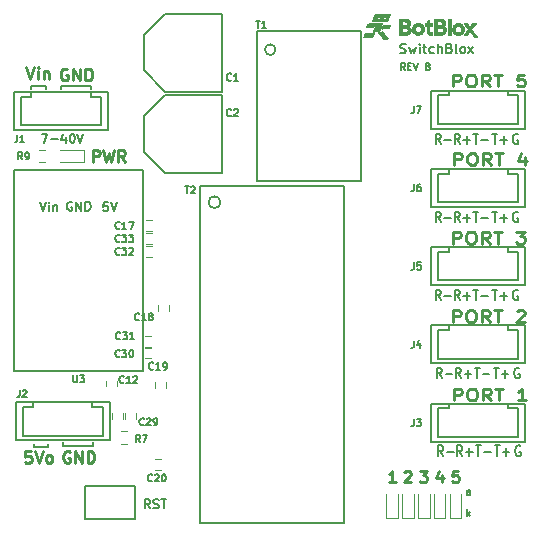
<source format=gbr>
G04 #@! TF.GenerationSoftware,KiCad,Pcbnew,(5.1.0-0)*
G04 #@! TF.CreationDate,2019-06-27T12:49:36+09:00*
G04 #@! TF.ProjectId,SwitchBlox,53776974-6368-4426-9c6f-782e6b696361,rev?*
G04 #@! TF.SameCoordinates,Original*
G04 #@! TF.FileFunction,Legend,Top*
G04 #@! TF.FilePolarity,Positive*
%FSLAX46Y46*%
G04 Gerber Fmt 4.6, Leading zero omitted, Abs format (unit mm)*
G04 Created by KiCad (PCBNEW (5.1.0-0)) date 2019-06-27 12:49:36*
%MOMM*%
%LPD*%
G04 APERTURE LIST*
%ADD10C,0.150000*%
%ADD11C,0.187500*%
%ADD12C,0.200000*%
%ADD13C,0.225000*%
%ADD14C,0.250000*%
%ADD15C,0.010000*%
%ADD16C,0.120000*%
G04 APERTURE END LIST*
D10*
X162571464Y-74914321D02*
X162371464Y-74628607D01*
X162228607Y-74914321D02*
X162228607Y-74314321D01*
X162457178Y-74314321D01*
X162514321Y-74342893D01*
X162542893Y-74371464D01*
X162571464Y-74428607D01*
X162571464Y-74514321D01*
X162542893Y-74571464D01*
X162514321Y-74600035D01*
X162457178Y-74628607D01*
X162228607Y-74628607D01*
X162828607Y-74600035D02*
X163028607Y-74600035D01*
X163114321Y-74914321D02*
X162828607Y-74914321D01*
X162828607Y-74314321D01*
X163114321Y-74314321D01*
X163285750Y-74314321D02*
X163485750Y-74914321D01*
X163685750Y-74314321D01*
X164542893Y-74600035D02*
X164628607Y-74628607D01*
X164657178Y-74657178D01*
X164685750Y-74714321D01*
X164685750Y-74800035D01*
X164657178Y-74857178D01*
X164628607Y-74885750D01*
X164571464Y-74914321D01*
X164342893Y-74914321D01*
X164342893Y-74314321D01*
X164542893Y-74314321D01*
X164600035Y-74342893D01*
X164628607Y-74371464D01*
X164657178Y-74428607D01*
X164657178Y-74485750D01*
X164628607Y-74542893D01*
X164600035Y-74571464D01*
X164542893Y-74600035D01*
X164342893Y-74600035D01*
X167842893Y-112714321D02*
X167842893Y-112114321D01*
X167900035Y-112485750D02*
X168071464Y-112714321D01*
X168071464Y-112314321D02*
X167842893Y-112542893D01*
X168071464Y-110914321D02*
X168071464Y-110600035D01*
X168042893Y-110542893D01*
X167985750Y-110514321D01*
X167871464Y-110514321D01*
X167814321Y-110542893D01*
X168071464Y-110885750D02*
X168014321Y-110914321D01*
X167871464Y-110914321D01*
X167814321Y-110885750D01*
X167785750Y-110828607D01*
X167785750Y-110771464D01*
X167814321Y-110714321D01*
X167871464Y-110685750D01*
X168014321Y-110685750D01*
X168071464Y-110657178D01*
D11*
X165587857Y-81207142D02*
X165337857Y-80778571D01*
X165159285Y-81207142D02*
X165159285Y-80307142D01*
X165445000Y-80307142D01*
X165516428Y-80350000D01*
X165552142Y-80392857D01*
X165587857Y-80478571D01*
X165587857Y-80607142D01*
X165552142Y-80692857D01*
X165516428Y-80735714D01*
X165445000Y-80778571D01*
X165159285Y-80778571D01*
X165909285Y-80864285D02*
X166480714Y-80864285D01*
X167195357Y-81207142D02*
X166945357Y-80778571D01*
X166766785Y-81207142D02*
X166766785Y-80307142D01*
X167052500Y-80307142D01*
X167123928Y-80350000D01*
X167159642Y-80392857D01*
X167195357Y-80478571D01*
X167195357Y-80607142D01*
X167159642Y-80692857D01*
X167123928Y-80735714D01*
X167052500Y-80778571D01*
X166766785Y-80778571D01*
X167516785Y-80864285D02*
X168088214Y-80864285D01*
X167802500Y-81207142D02*
X167802500Y-80521428D01*
X169963928Y-80307142D02*
X170392500Y-80307142D01*
X170178214Y-81207142D02*
X170178214Y-80307142D01*
X170642500Y-80864285D02*
X171213928Y-80864285D01*
X170928214Y-81207142D02*
X170928214Y-80521428D01*
X168356428Y-80307142D02*
X168785000Y-80307142D01*
X168570714Y-81207142D02*
X168570714Y-80307142D01*
X169035000Y-80864285D02*
X169606428Y-80864285D01*
X172139321Y-80350000D02*
X172067893Y-80307142D01*
X171960750Y-80307142D01*
X171853607Y-80350000D01*
X171782178Y-80435714D01*
X171746464Y-80521428D01*
X171710750Y-80692857D01*
X171710750Y-80821428D01*
X171746464Y-80992857D01*
X171782178Y-81078571D01*
X171853607Y-81164285D01*
X171960750Y-81207142D01*
X172032178Y-81207142D01*
X172139321Y-81164285D01*
X172175035Y-81121428D01*
X172175035Y-80821428D01*
X172032178Y-80821428D01*
X165587857Y-87807142D02*
X165337857Y-87378571D01*
X165159285Y-87807142D02*
X165159285Y-86907142D01*
X165445000Y-86907142D01*
X165516428Y-86950000D01*
X165552142Y-86992857D01*
X165587857Y-87078571D01*
X165587857Y-87207142D01*
X165552142Y-87292857D01*
X165516428Y-87335714D01*
X165445000Y-87378571D01*
X165159285Y-87378571D01*
X165909285Y-87464285D02*
X166480714Y-87464285D01*
X169963928Y-86907142D02*
X170392500Y-86907142D01*
X170178214Y-87807142D02*
X170178214Y-86907142D01*
X170642500Y-87464285D02*
X171213928Y-87464285D01*
X170928214Y-87807142D02*
X170928214Y-87121428D01*
X168356428Y-86907142D02*
X168785000Y-86907142D01*
X168570714Y-87807142D02*
X168570714Y-86907142D01*
X169035000Y-87464285D02*
X169606428Y-87464285D01*
X172139321Y-86950000D02*
X172067893Y-86907142D01*
X171960750Y-86907142D01*
X171853607Y-86950000D01*
X171782178Y-87035714D01*
X171746464Y-87121428D01*
X171710750Y-87292857D01*
X171710750Y-87421428D01*
X171746464Y-87592857D01*
X171782178Y-87678571D01*
X171853607Y-87764285D01*
X171960750Y-87807142D01*
X172032178Y-87807142D01*
X172139321Y-87764285D01*
X172175035Y-87721428D01*
X172175035Y-87421428D01*
X172032178Y-87421428D01*
X167195357Y-87807142D02*
X166945357Y-87378571D01*
X166766785Y-87807142D02*
X166766785Y-86907142D01*
X167052500Y-86907142D01*
X167123928Y-86950000D01*
X167159642Y-86992857D01*
X167195357Y-87078571D01*
X167195357Y-87207142D01*
X167159642Y-87292857D01*
X167123928Y-87335714D01*
X167052500Y-87378571D01*
X166766785Y-87378571D01*
X167516785Y-87464285D02*
X168088214Y-87464285D01*
X167802500Y-87807142D02*
X167802500Y-87121428D01*
X167195357Y-94407142D02*
X166945357Y-93978571D01*
X166766785Y-94407142D02*
X166766785Y-93507142D01*
X167052500Y-93507142D01*
X167123928Y-93550000D01*
X167159642Y-93592857D01*
X167195357Y-93678571D01*
X167195357Y-93807142D01*
X167159642Y-93892857D01*
X167123928Y-93935714D01*
X167052500Y-93978571D01*
X166766785Y-93978571D01*
X167516785Y-94064285D02*
X168088214Y-94064285D01*
X167802500Y-94407142D02*
X167802500Y-93721428D01*
X172139321Y-93550000D02*
X172067893Y-93507142D01*
X171960750Y-93507142D01*
X171853607Y-93550000D01*
X171782178Y-93635714D01*
X171746464Y-93721428D01*
X171710750Y-93892857D01*
X171710750Y-94021428D01*
X171746464Y-94192857D01*
X171782178Y-94278571D01*
X171853607Y-94364285D01*
X171960750Y-94407142D01*
X172032178Y-94407142D01*
X172139321Y-94364285D01*
X172175035Y-94321428D01*
X172175035Y-94021428D01*
X172032178Y-94021428D01*
X169963928Y-93507142D02*
X170392500Y-93507142D01*
X170178214Y-94407142D02*
X170178214Y-93507142D01*
X170642500Y-94064285D02*
X171213928Y-94064285D01*
X170928214Y-94407142D02*
X170928214Y-93721428D01*
X165587857Y-94407142D02*
X165337857Y-93978571D01*
X165159285Y-94407142D02*
X165159285Y-93507142D01*
X165445000Y-93507142D01*
X165516428Y-93550000D01*
X165552142Y-93592857D01*
X165587857Y-93678571D01*
X165587857Y-93807142D01*
X165552142Y-93892857D01*
X165516428Y-93935714D01*
X165445000Y-93978571D01*
X165159285Y-93978571D01*
X165909285Y-94064285D02*
X166480714Y-94064285D01*
X168356428Y-93507142D02*
X168785000Y-93507142D01*
X168570714Y-94407142D02*
X168570714Y-93507142D01*
X169035000Y-94064285D02*
X169606428Y-94064285D01*
X170063928Y-100107142D02*
X170492500Y-100107142D01*
X170278214Y-101007142D02*
X170278214Y-100107142D01*
X170742500Y-100664285D02*
X171313928Y-100664285D01*
X171028214Y-101007142D02*
X171028214Y-100321428D01*
X168456428Y-100107142D02*
X168885000Y-100107142D01*
X168670714Y-101007142D02*
X168670714Y-100107142D01*
X169135000Y-100664285D02*
X169706428Y-100664285D01*
X167295357Y-101007142D02*
X167045357Y-100578571D01*
X166866785Y-101007142D02*
X166866785Y-100107142D01*
X167152500Y-100107142D01*
X167223928Y-100150000D01*
X167259642Y-100192857D01*
X167295357Y-100278571D01*
X167295357Y-100407142D01*
X167259642Y-100492857D01*
X167223928Y-100535714D01*
X167152500Y-100578571D01*
X166866785Y-100578571D01*
X167616785Y-100664285D02*
X168188214Y-100664285D01*
X167902500Y-101007142D02*
X167902500Y-100321428D01*
X172239321Y-100150000D02*
X172167893Y-100107142D01*
X172060750Y-100107142D01*
X171953607Y-100150000D01*
X171882178Y-100235714D01*
X171846464Y-100321428D01*
X171810750Y-100492857D01*
X171810750Y-100621428D01*
X171846464Y-100792857D01*
X171882178Y-100878571D01*
X171953607Y-100964285D01*
X172060750Y-101007142D01*
X172132178Y-101007142D01*
X172239321Y-100964285D01*
X172275035Y-100921428D01*
X172275035Y-100621428D01*
X172132178Y-100621428D01*
X165687857Y-101007142D02*
X165437857Y-100578571D01*
X165259285Y-101007142D02*
X165259285Y-100107142D01*
X165545000Y-100107142D01*
X165616428Y-100150000D01*
X165652142Y-100192857D01*
X165687857Y-100278571D01*
X165687857Y-100407142D01*
X165652142Y-100492857D01*
X165616428Y-100535714D01*
X165545000Y-100578571D01*
X165259285Y-100578571D01*
X166009285Y-100664285D02*
X166580714Y-100664285D01*
X172339321Y-106750000D02*
X172267893Y-106707142D01*
X172160750Y-106707142D01*
X172053607Y-106750000D01*
X171982178Y-106835714D01*
X171946464Y-106921428D01*
X171910750Y-107092857D01*
X171910750Y-107221428D01*
X171946464Y-107392857D01*
X171982178Y-107478571D01*
X172053607Y-107564285D01*
X172160750Y-107607142D01*
X172232178Y-107607142D01*
X172339321Y-107564285D01*
X172375035Y-107521428D01*
X172375035Y-107221428D01*
X172232178Y-107221428D01*
X165787857Y-107607142D02*
X165537857Y-107178571D01*
X165359285Y-107607142D02*
X165359285Y-106707142D01*
X165645000Y-106707142D01*
X165716428Y-106750000D01*
X165752142Y-106792857D01*
X165787857Y-106878571D01*
X165787857Y-107007142D01*
X165752142Y-107092857D01*
X165716428Y-107135714D01*
X165645000Y-107178571D01*
X165359285Y-107178571D01*
X166109285Y-107264285D02*
X166680714Y-107264285D01*
X167395357Y-107607142D02*
X167145357Y-107178571D01*
X166966785Y-107607142D02*
X166966785Y-106707142D01*
X167252500Y-106707142D01*
X167323928Y-106750000D01*
X167359642Y-106792857D01*
X167395357Y-106878571D01*
X167395357Y-107007142D01*
X167359642Y-107092857D01*
X167323928Y-107135714D01*
X167252500Y-107178571D01*
X166966785Y-107178571D01*
X167716785Y-107264285D02*
X168288214Y-107264285D01*
X168002500Y-107607142D02*
X168002500Y-106921428D01*
X168556428Y-106707142D02*
X168985000Y-106707142D01*
X168770714Y-107607142D02*
X168770714Y-106707142D01*
X169235000Y-107264285D02*
X169806428Y-107264285D01*
X170163928Y-106707142D02*
X170592500Y-106707142D01*
X170378214Y-107607142D02*
X170378214Y-106707142D01*
X170842500Y-107264285D02*
X171413928Y-107264285D01*
X171128214Y-107607142D02*
X171128214Y-106921428D01*
D10*
X137400035Y-86132178D02*
X137042893Y-86132178D01*
X137007178Y-86489321D01*
X137042893Y-86453607D01*
X137114321Y-86417893D01*
X137292893Y-86417893D01*
X137364321Y-86453607D01*
X137400035Y-86489321D01*
X137435750Y-86560750D01*
X137435750Y-86739321D01*
X137400035Y-86810750D01*
X137364321Y-86846464D01*
X137292893Y-86882178D01*
X137114321Y-86882178D01*
X137042893Y-86846464D01*
X137007178Y-86810750D01*
X137650035Y-86132178D02*
X137900035Y-86882178D01*
X138150035Y-86132178D01*
X134371464Y-86117893D02*
X134300035Y-86082178D01*
X134192893Y-86082178D01*
X134085750Y-86117893D01*
X134014321Y-86189321D01*
X133978607Y-86260750D01*
X133942893Y-86403607D01*
X133942893Y-86510750D01*
X133978607Y-86653607D01*
X134014321Y-86725035D01*
X134085750Y-86796464D01*
X134192893Y-86832178D01*
X134264321Y-86832178D01*
X134371464Y-86796464D01*
X134407178Y-86760750D01*
X134407178Y-86510750D01*
X134264321Y-86510750D01*
X134728607Y-86832178D02*
X134728607Y-86082178D01*
X135157178Y-86832178D01*
X135157178Y-86082178D01*
X135514321Y-86832178D02*
X135514321Y-86082178D01*
X135692893Y-86082178D01*
X135800035Y-86117893D01*
X135871464Y-86189321D01*
X135907178Y-86260750D01*
X135942893Y-86403607D01*
X135942893Y-86510750D01*
X135907178Y-86653607D01*
X135871464Y-86725035D01*
X135800035Y-86796464D01*
X135692893Y-86832178D01*
X135514321Y-86832178D01*
X131675035Y-86132178D02*
X131925035Y-86882178D01*
X132175035Y-86132178D01*
X132425035Y-86882178D02*
X132425035Y-86382178D01*
X132425035Y-86132178D02*
X132389321Y-86167893D01*
X132425035Y-86203607D01*
X132460750Y-86167893D01*
X132425035Y-86132178D01*
X132425035Y-86203607D01*
X132782178Y-86382178D02*
X132782178Y-86882178D01*
X132782178Y-86453607D02*
X132817893Y-86417893D01*
X132889321Y-86382178D01*
X132996464Y-86382178D01*
X133067893Y-86417893D01*
X133103607Y-86489321D01*
X133103607Y-86882178D01*
X133642893Y-106742893D02*
X133642893Y-106442893D01*
X136142893Y-106442893D02*
X136142893Y-106742893D01*
X136142893Y-106742893D02*
X133642893Y-106742893D01*
X132342893Y-106542893D02*
X132342893Y-106842893D01*
X132342893Y-106842893D02*
X131142893Y-106842893D01*
X131142893Y-106842893D02*
X131142893Y-106542893D01*
X135942893Y-76242893D02*
X135942893Y-76542893D01*
X133442893Y-76242893D02*
X135942893Y-76242893D01*
X133442893Y-76242893D02*
X133442893Y-76542893D01*
X132142893Y-76242893D02*
X132142893Y-76542893D01*
X130942893Y-76242893D02*
X132142893Y-76242893D01*
X130942893Y-76542893D02*
X130942893Y-76242893D01*
D12*
X162176226Y-73466702D02*
X162290512Y-73504797D01*
X162480988Y-73504797D01*
X162557178Y-73466702D01*
X162595273Y-73428607D01*
X162633369Y-73352416D01*
X162633369Y-73276226D01*
X162595273Y-73200035D01*
X162557178Y-73161940D01*
X162480988Y-73123845D01*
X162328607Y-73085750D01*
X162252416Y-73047654D01*
X162214321Y-73009559D01*
X162176226Y-72933369D01*
X162176226Y-72857178D01*
X162214321Y-72780988D01*
X162252416Y-72742893D01*
X162328607Y-72704797D01*
X162519083Y-72704797D01*
X162633369Y-72742893D01*
X162900035Y-72971464D02*
X163052416Y-73504797D01*
X163204797Y-73123845D01*
X163357178Y-73504797D01*
X163509559Y-72971464D01*
X163814321Y-73504797D02*
X163814321Y-72971464D01*
X163814321Y-72704797D02*
X163776226Y-72742893D01*
X163814321Y-72780988D01*
X163852416Y-72742893D01*
X163814321Y-72704797D01*
X163814321Y-72780988D01*
X164080988Y-72971464D02*
X164385750Y-72971464D01*
X164195273Y-72704797D02*
X164195273Y-73390512D01*
X164233369Y-73466702D01*
X164309559Y-73504797D01*
X164385750Y-73504797D01*
X164995273Y-73466702D02*
X164919083Y-73504797D01*
X164766702Y-73504797D01*
X164690512Y-73466702D01*
X164652416Y-73428607D01*
X164614321Y-73352416D01*
X164614321Y-73123845D01*
X164652416Y-73047654D01*
X164690512Y-73009559D01*
X164766702Y-72971464D01*
X164919083Y-72971464D01*
X164995273Y-73009559D01*
X165338131Y-73504797D02*
X165338131Y-72704797D01*
X165680988Y-73504797D02*
X165680988Y-73085750D01*
X165642893Y-73009559D01*
X165566702Y-72971464D01*
X165452416Y-72971464D01*
X165376226Y-73009559D01*
X165338131Y-73047654D01*
X166328607Y-73085750D02*
X166442893Y-73123845D01*
X166480988Y-73161940D01*
X166519083Y-73238131D01*
X166519083Y-73352416D01*
X166480988Y-73428607D01*
X166442893Y-73466702D01*
X166366702Y-73504797D01*
X166061940Y-73504797D01*
X166061940Y-72704797D01*
X166328607Y-72704797D01*
X166404797Y-72742893D01*
X166442893Y-72780988D01*
X166480988Y-72857178D01*
X166480988Y-72933369D01*
X166442893Y-73009559D01*
X166404797Y-73047654D01*
X166328607Y-73085750D01*
X166061940Y-73085750D01*
X166976226Y-73504797D02*
X166900035Y-73466702D01*
X166861940Y-73390512D01*
X166861940Y-72704797D01*
X167395273Y-73504797D02*
X167319083Y-73466702D01*
X167280988Y-73428607D01*
X167242893Y-73352416D01*
X167242893Y-73123845D01*
X167280988Y-73047654D01*
X167319083Y-73009559D01*
X167395273Y-72971464D01*
X167509559Y-72971464D01*
X167585750Y-73009559D01*
X167623845Y-73047654D01*
X167661940Y-73123845D01*
X167661940Y-73352416D01*
X167623845Y-73428607D01*
X167585750Y-73466702D01*
X167509559Y-73504797D01*
X167395273Y-73504797D01*
X167928607Y-73504797D02*
X168347654Y-72971464D01*
X167928607Y-72971464D02*
X168347654Y-73504797D01*
D13*
X167080988Y-108907142D02*
X166604797Y-108907142D01*
X166557178Y-109335714D01*
X166604797Y-109292857D01*
X166700035Y-109250000D01*
X166938131Y-109250000D01*
X167033369Y-109292857D01*
X167080988Y-109335714D01*
X167128607Y-109421428D01*
X167128607Y-109635714D01*
X167080988Y-109721428D01*
X167033369Y-109764285D01*
X166938131Y-109807142D01*
X166700035Y-109807142D01*
X166604797Y-109764285D01*
X166557178Y-109721428D01*
X165683369Y-109200035D02*
X165683369Y-109800035D01*
X165445273Y-108857178D02*
X165207178Y-109500035D01*
X165826226Y-109500035D01*
X163815218Y-108907142D02*
X164434266Y-108907142D01*
X164100932Y-109250000D01*
X164243790Y-109250000D01*
X164339028Y-109292857D01*
X164386647Y-109335714D01*
X164434266Y-109421428D01*
X164434266Y-109635714D01*
X164386647Y-109721428D01*
X164339028Y-109764285D01*
X164243790Y-109807142D01*
X163958075Y-109807142D01*
X163862837Y-109764285D01*
X163815218Y-109721428D01*
X162507178Y-108985750D02*
X162554797Y-108942893D01*
X162650035Y-108900035D01*
X162888131Y-108900035D01*
X162983369Y-108942893D01*
X163030988Y-108985750D01*
X163078607Y-109071464D01*
X163078607Y-109157178D01*
X163030988Y-109285750D01*
X162459559Y-109800035D01*
X163078607Y-109800035D01*
X161778607Y-109800035D02*
X161207178Y-109800035D01*
X161492893Y-109800035D02*
X161492893Y-108900035D01*
X161397654Y-109028607D01*
X161302416Y-109114321D01*
X161207178Y-109157178D01*
D14*
X166714321Y-102895273D02*
X166714321Y-101895273D01*
X167171464Y-101895273D01*
X167285750Y-101942893D01*
X167342893Y-101990512D01*
X167400035Y-102085750D01*
X167400035Y-102228607D01*
X167342893Y-102323845D01*
X167285750Y-102371464D01*
X167171464Y-102419083D01*
X166714321Y-102419083D01*
X168142893Y-101895273D02*
X168371464Y-101895273D01*
X168485750Y-101942893D01*
X168600035Y-102038131D01*
X168657178Y-102228607D01*
X168657178Y-102561940D01*
X168600035Y-102752416D01*
X168485750Y-102847654D01*
X168371464Y-102895273D01*
X168142893Y-102895273D01*
X168028607Y-102847654D01*
X167914321Y-102752416D01*
X167857178Y-102561940D01*
X167857178Y-102228607D01*
X167914321Y-102038131D01*
X168028607Y-101942893D01*
X168142893Y-101895273D01*
X169857178Y-102895273D02*
X169457178Y-102419083D01*
X169171464Y-102895273D02*
X169171464Y-101895273D01*
X169628607Y-101895273D01*
X169742893Y-101942893D01*
X169800035Y-101990512D01*
X169857178Y-102085750D01*
X169857178Y-102228607D01*
X169800035Y-102323845D01*
X169742893Y-102371464D01*
X169628607Y-102419083D01*
X169171464Y-102419083D01*
X170200035Y-101895273D02*
X170885750Y-101895273D01*
X170542893Y-102895273D02*
X170542893Y-101895273D01*
X172828607Y-102895273D02*
X172142893Y-102895273D01*
X172485750Y-102895273D02*
X172485750Y-101895273D01*
X172371464Y-102038131D01*
X172257178Y-102133369D01*
X172142893Y-102180988D01*
D13*
X166614321Y-96262380D02*
X166614321Y-95262380D01*
X167071464Y-95262380D01*
X167185750Y-95310000D01*
X167242893Y-95357619D01*
X167300035Y-95452857D01*
X167300035Y-95595714D01*
X167242893Y-95690952D01*
X167185750Y-95738571D01*
X167071464Y-95786190D01*
X166614321Y-95786190D01*
X168042893Y-95262380D02*
X168271464Y-95262380D01*
X168385750Y-95310000D01*
X168500035Y-95405238D01*
X168557178Y-95595714D01*
X168557178Y-95929047D01*
X168500035Y-96119523D01*
X168385750Y-96214761D01*
X168271464Y-96262380D01*
X168042893Y-96262380D01*
X167928607Y-96214761D01*
X167814321Y-96119523D01*
X167757178Y-95929047D01*
X167757178Y-95595714D01*
X167814321Y-95405238D01*
X167928607Y-95310000D01*
X168042893Y-95262380D01*
X169757178Y-96262380D02*
X169357178Y-95786190D01*
X169071464Y-96262380D02*
X169071464Y-95262380D01*
X169528607Y-95262380D01*
X169642893Y-95310000D01*
X169700035Y-95357619D01*
X169757178Y-95452857D01*
X169757178Y-95595714D01*
X169700035Y-95690952D01*
X169642893Y-95738571D01*
X169528607Y-95786190D01*
X169071464Y-95786190D01*
X170100035Y-95262380D02*
X170785750Y-95262380D01*
X170442893Y-96262380D02*
X170442893Y-95262380D01*
X172042893Y-95357619D02*
X172100035Y-95310000D01*
X172214321Y-95262380D01*
X172500035Y-95262380D01*
X172614321Y-95310000D01*
X172671464Y-95357619D01*
X172728607Y-95452857D01*
X172728607Y-95548095D01*
X172671464Y-95690952D01*
X171985750Y-96262380D01*
X172728607Y-96262380D01*
X166614321Y-89612380D02*
X166614321Y-88612380D01*
X167071464Y-88612380D01*
X167185750Y-88660000D01*
X167242893Y-88707619D01*
X167300035Y-88802857D01*
X167300035Y-88945714D01*
X167242893Y-89040952D01*
X167185750Y-89088571D01*
X167071464Y-89136190D01*
X166614321Y-89136190D01*
X168042893Y-88612380D02*
X168271464Y-88612380D01*
X168385750Y-88660000D01*
X168500035Y-88755238D01*
X168557178Y-88945714D01*
X168557178Y-89279047D01*
X168500035Y-89469523D01*
X168385750Y-89564761D01*
X168271464Y-89612380D01*
X168042893Y-89612380D01*
X167928607Y-89564761D01*
X167814321Y-89469523D01*
X167757178Y-89279047D01*
X167757178Y-88945714D01*
X167814321Y-88755238D01*
X167928607Y-88660000D01*
X168042893Y-88612380D01*
X169757178Y-89612380D02*
X169357178Y-89136190D01*
X169071464Y-89612380D02*
X169071464Y-88612380D01*
X169528607Y-88612380D01*
X169642893Y-88660000D01*
X169700035Y-88707619D01*
X169757178Y-88802857D01*
X169757178Y-88945714D01*
X169700035Y-89040952D01*
X169642893Y-89088571D01*
X169528607Y-89136190D01*
X169071464Y-89136190D01*
X170100035Y-88612380D02*
X170785750Y-88612380D01*
X170442893Y-89612380D02*
X170442893Y-88612380D01*
X171985750Y-88612380D02*
X172728607Y-88612380D01*
X172328607Y-88993333D01*
X172500035Y-88993333D01*
X172614321Y-89040952D01*
X172671464Y-89088571D01*
X172728607Y-89183809D01*
X172728607Y-89421904D01*
X172671464Y-89517142D01*
X172614321Y-89564761D01*
X172500035Y-89612380D01*
X172157178Y-89612380D01*
X172042893Y-89564761D01*
X171985750Y-89517142D01*
X166714321Y-82962380D02*
X166714321Y-81962380D01*
X167171464Y-81962380D01*
X167285750Y-82010000D01*
X167342893Y-82057619D01*
X167400035Y-82152857D01*
X167400035Y-82295714D01*
X167342893Y-82390952D01*
X167285750Y-82438571D01*
X167171464Y-82486190D01*
X166714321Y-82486190D01*
X168142893Y-81962380D02*
X168371464Y-81962380D01*
X168485750Y-82010000D01*
X168600035Y-82105238D01*
X168657178Y-82295714D01*
X168657178Y-82629047D01*
X168600035Y-82819523D01*
X168485750Y-82914761D01*
X168371464Y-82962380D01*
X168142893Y-82962380D01*
X168028607Y-82914761D01*
X167914321Y-82819523D01*
X167857178Y-82629047D01*
X167857178Y-82295714D01*
X167914321Y-82105238D01*
X168028607Y-82010000D01*
X168142893Y-81962380D01*
X169857178Y-82962380D02*
X169457178Y-82486190D01*
X169171464Y-82962380D02*
X169171464Y-81962380D01*
X169628607Y-81962380D01*
X169742893Y-82010000D01*
X169800035Y-82057619D01*
X169857178Y-82152857D01*
X169857178Y-82295714D01*
X169800035Y-82390952D01*
X169742893Y-82438571D01*
X169628607Y-82486190D01*
X169171464Y-82486190D01*
X170200035Y-81962380D02*
X170885750Y-81962380D01*
X170542893Y-82962380D02*
X170542893Y-81962380D01*
X172714321Y-82295714D02*
X172714321Y-82962380D01*
X172428607Y-81914761D02*
X172142893Y-82629047D01*
X172885750Y-82629047D01*
X166614321Y-76312380D02*
X166614321Y-75312380D01*
X167071464Y-75312380D01*
X167185750Y-75360000D01*
X167242893Y-75407619D01*
X167300035Y-75502857D01*
X167300035Y-75645714D01*
X167242893Y-75740952D01*
X167185750Y-75788571D01*
X167071464Y-75836190D01*
X166614321Y-75836190D01*
X168042893Y-75312380D02*
X168271464Y-75312380D01*
X168385750Y-75360000D01*
X168500035Y-75455238D01*
X168557178Y-75645714D01*
X168557178Y-75979047D01*
X168500035Y-76169523D01*
X168385750Y-76264761D01*
X168271464Y-76312380D01*
X168042893Y-76312380D01*
X167928607Y-76264761D01*
X167814321Y-76169523D01*
X167757178Y-75979047D01*
X167757178Y-75645714D01*
X167814321Y-75455238D01*
X167928607Y-75360000D01*
X168042893Y-75312380D01*
X169757178Y-76312380D02*
X169357178Y-75836190D01*
X169071464Y-76312380D02*
X169071464Y-75312380D01*
X169528607Y-75312380D01*
X169642893Y-75360000D01*
X169700035Y-75407619D01*
X169757178Y-75502857D01*
X169757178Y-75645714D01*
X169700035Y-75740952D01*
X169642893Y-75788571D01*
X169528607Y-75836190D01*
X169071464Y-75836190D01*
X170100035Y-75312380D02*
X170785750Y-75312380D01*
X170442893Y-76312380D02*
X170442893Y-75312380D01*
X172671464Y-75312380D02*
X172100035Y-75312380D01*
X172042893Y-75788571D01*
X172100035Y-75740952D01*
X172214321Y-75693333D01*
X172500035Y-75693333D01*
X172614321Y-75740952D01*
X172671464Y-75788571D01*
X172728607Y-75883809D01*
X172728607Y-76121904D01*
X172671464Y-76217142D01*
X172614321Y-76264761D01*
X172500035Y-76312380D01*
X172214321Y-76312380D01*
X172100035Y-76264761D01*
X172042893Y-76217142D01*
D11*
X140982178Y-112032178D02*
X140732178Y-111675035D01*
X140553607Y-112032178D02*
X140553607Y-111282178D01*
X140839321Y-111282178D01*
X140910750Y-111317893D01*
X140946464Y-111353607D01*
X140982178Y-111425035D01*
X140982178Y-111532178D01*
X140946464Y-111603607D01*
X140910750Y-111639321D01*
X140839321Y-111675035D01*
X140553607Y-111675035D01*
X141267893Y-111996464D02*
X141375035Y-112032178D01*
X141553607Y-112032178D01*
X141625035Y-111996464D01*
X141660750Y-111960750D01*
X141696464Y-111889321D01*
X141696464Y-111817893D01*
X141660750Y-111746464D01*
X141625035Y-111710750D01*
X141553607Y-111675035D01*
X141410750Y-111639321D01*
X141339321Y-111603607D01*
X141303607Y-111567893D01*
X141267893Y-111496464D01*
X141267893Y-111425035D01*
X141303607Y-111353607D01*
X141339321Y-111317893D01*
X141410750Y-111282178D01*
X141589321Y-111282178D01*
X141696464Y-111317893D01*
X141910750Y-111282178D02*
X142339321Y-111282178D01*
X142125035Y-112032178D02*
X142125035Y-111282178D01*
D14*
X134180988Y-107242893D02*
X134085750Y-107195273D01*
X133942893Y-107195273D01*
X133800035Y-107242893D01*
X133704797Y-107338131D01*
X133657178Y-107433369D01*
X133609559Y-107623845D01*
X133609559Y-107766702D01*
X133657178Y-107957178D01*
X133704797Y-108052416D01*
X133800035Y-108147654D01*
X133942893Y-108195273D01*
X134038131Y-108195273D01*
X134180988Y-108147654D01*
X134228607Y-108100035D01*
X134228607Y-107766702D01*
X134038131Y-107766702D01*
X134657178Y-108195273D02*
X134657178Y-107195273D01*
X135228607Y-108195273D01*
X135228607Y-107195273D01*
X135704797Y-108195273D02*
X135704797Y-107195273D01*
X135942893Y-107195273D01*
X136085750Y-107242893D01*
X136180988Y-107338131D01*
X136228607Y-107433369D01*
X136276226Y-107623845D01*
X136276226Y-107766702D01*
X136228607Y-107957178D01*
X136180988Y-108052416D01*
X136085750Y-108147654D01*
X135942893Y-108195273D01*
X135704797Y-108195273D01*
X130900035Y-107195273D02*
X130423845Y-107195273D01*
X130376226Y-107671464D01*
X130423845Y-107623845D01*
X130519083Y-107576226D01*
X130757178Y-107576226D01*
X130852416Y-107623845D01*
X130900035Y-107671464D01*
X130947654Y-107766702D01*
X130947654Y-108004797D01*
X130900035Y-108100035D01*
X130852416Y-108147654D01*
X130757178Y-108195273D01*
X130519083Y-108195273D01*
X130423845Y-108147654D01*
X130376226Y-108100035D01*
X131233369Y-107195273D02*
X131566702Y-108195273D01*
X131900035Y-107195273D01*
X132376226Y-108195273D02*
X132280988Y-108147654D01*
X132233369Y-108100035D01*
X132185750Y-108004797D01*
X132185750Y-107719083D01*
X132233369Y-107623845D01*
X132280988Y-107576226D01*
X132376226Y-107528607D01*
X132519083Y-107528607D01*
X132614321Y-107576226D01*
X132661940Y-107623845D01*
X132709559Y-107719083D01*
X132709559Y-108004797D01*
X132661940Y-108100035D01*
X132614321Y-108147654D01*
X132519083Y-108195273D01*
X132376226Y-108195273D01*
X133980988Y-74842893D02*
X133885750Y-74795273D01*
X133742893Y-74795273D01*
X133600035Y-74842893D01*
X133504797Y-74938131D01*
X133457178Y-75033369D01*
X133409559Y-75223845D01*
X133409559Y-75366702D01*
X133457178Y-75557178D01*
X133504797Y-75652416D01*
X133600035Y-75747654D01*
X133742893Y-75795273D01*
X133838131Y-75795273D01*
X133980988Y-75747654D01*
X134028607Y-75700035D01*
X134028607Y-75366702D01*
X133838131Y-75366702D01*
X134457178Y-75795273D02*
X134457178Y-74795273D01*
X135028607Y-75795273D01*
X135028607Y-74795273D01*
X135504797Y-75795273D02*
X135504797Y-74795273D01*
X135742893Y-74795273D01*
X135885750Y-74842893D01*
X135980988Y-74938131D01*
X136028607Y-75033369D01*
X136076226Y-75223845D01*
X136076226Y-75366702D01*
X136028607Y-75557178D01*
X135980988Y-75652416D01*
X135885750Y-75747654D01*
X135742893Y-75795273D01*
X135504797Y-75795273D01*
X130519083Y-74695273D02*
X130852416Y-75695273D01*
X131185750Y-74695273D01*
X131519083Y-75695273D02*
X131519083Y-75028607D01*
X131519083Y-74695273D02*
X131471464Y-74742893D01*
X131519083Y-74790512D01*
X131566702Y-74742893D01*
X131519083Y-74695273D01*
X131519083Y-74790512D01*
X131995273Y-75028607D02*
X131995273Y-75695273D01*
X131995273Y-75123845D02*
X132042893Y-75076226D01*
X132138131Y-75028607D01*
X132280988Y-75028607D01*
X132376226Y-75076226D01*
X132423845Y-75171464D01*
X132423845Y-75695273D01*
D11*
X131792893Y-80332178D02*
X132292893Y-80332178D01*
X131971464Y-81082178D01*
X132578607Y-80796464D02*
X133150035Y-80796464D01*
X133828607Y-80582178D02*
X133828607Y-81082178D01*
X133650035Y-80296464D02*
X133471464Y-80832178D01*
X133935750Y-80832178D01*
X134364321Y-80332178D02*
X134435750Y-80332178D01*
X134507178Y-80367893D01*
X134542893Y-80403607D01*
X134578607Y-80475035D01*
X134614321Y-80617893D01*
X134614321Y-80796464D01*
X134578607Y-80939321D01*
X134542893Y-81010750D01*
X134507178Y-81046464D01*
X134435750Y-81082178D01*
X134364321Y-81082178D01*
X134292893Y-81046464D01*
X134257178Y-81010750D01*
X134221464Y-80939321D01*
X134185750Y-80796464D01*
X134185750Y-80617893D01*
X134221464Y-80475035D01*
X134257178Y-80403607D01*
X134292893Y-80367893D01*
X134364321Y-80332178D01*
X134828607Y-80332178D02*
X135078607Y-81082178D01*
X135328607Y-80332178D01*
D14*
X136133773Y-82689487D02*
X136133773Y-81689487D01*
X136514726Y-81689487D01*
X136609964Y-81737107D01*
X136657583Y-81784726D01*
X136705202Y-81879964D01*
X136705202Y-82022821D01*
X136657583Y-82118059D01*
X136609964Y-82165678D01*
X136514726Y-82213297D01*
X136133773Y-82213297D01*
X137038535Y-81689487D02*
X137276630Y-82689487D01*
X137467107Y-81975202D01*
X137657583Y-82689487D01*
X137895678Y-81689487D01*
X138848059Y-82689487D02*
X138514726Y-82213297D01*
X138276630Y-82689487D02*
X138276630Y-81689487D01*
X138657583Y-81689487D01*
X138752821Y-81737107D01*
X138800440Y-81784726D01*
X138848059Y-81879964D01*
X138848059Y-82022821D01*
X138800440Y-82118059D01*
X138752821Y-82165678D01*
X138657583Y-82213297D01*
X138276630Y-82213297D01*
D10*
X146949215Y-86110000D02*
G75*
G03X146949215Y-86110000I-509215J0D01*
G01*
X157395000Y-113300000D02*
X157395000Y-84720000D01*
X145205000Y-113300000D02*
X157395000Y-113300000D01*
X145205000Y-84720000D02*
X145205000Y-113300000D01*
X157395000Y-84720000D02*
X145205000Y-84720000D01*
X142260000Y-83640000D02*
X140460000Y-81840000D01*
X142260000Y-77040000D02*
X140460000Y-78840000D01*
X142260000Y-83640000D02*
X147060000Y-83640000D01*
X140460000Y-78840000D02*
X140460000Y-81840000D01*
X147060000Y-77040000D02*
X142260000Y-77040000D01*
X147060000Y-83640000D02*
X147060000Y-77040000D01*
X165350000Y-99350000D02*
X172150000Y-99350000D01*
X172750000Y-99750000D02*
X164750000Y-99750000D01*
X172750000Y-96550000D02*
X164750000Y-96550000D01*
X172150000Y-96950000D02*
X171250000Y-96950000D01*
X165350000Y-96950000D02*
X166250000Y-96950000D01*
X171250000Y-96945000D02*
X171250000Y-96605000D01*
X166250000Y-96945000D02*
X166250000Y-96575000D01*
X165350000Y-99345000D02*
X165350000Y-96955000D01*
X164750000Y-99745000D02*
X164750000Y-96555000D01*
X172750000Y-99745000D02*
X172750000Y-96555000D01*
X172150000Y-99345000D02*
X172150000Y-96955000D01*
X165350000Y-92725000D02*
X172150000Y-92725000D01*
X172750000Y-93125000D02*
X164750000Y-93125000D01*
X172750000Y-89925000D02*
X164750000Y-89925000D01*
X172150000Y-90325000D02*
X171250000Y-90325000D01*
X165350000Y-90325000D02*
X166250000Y-90325000D01*
X171250000Y-90320000D02*
X171250000Y-89980000D01*
X166250000Y-90320000D02*
X166250000Y-89950000D01*
X165350000Y-92720000D02*
X165350000Y-90330000D01*
X164750000Y-93120000D02*
X164750000Y-89930000D01*
X172750000Y-93120000D02*
X172750000Y-89930000D01*
X172150000Y-92720000D02*
X172150000Y-90330000D01*
X165350000Y-86100000D02*
X172150000Y-86100000D01*
X172750000Y-86500000D02*
X164750000Y-86500000D01*
X172750000Y-83300000D02*
X164750000Y-83300000D01*
X172150000Y-83700000D02*
X171250000Y-83700000D01*
X165350000Y-83700000D02*
X166250000Y-83700000D01*
X171250000Y-83695000D02*
X171250000Y-83355000D01*
X166250000Y-83695000D02*
X166250000Y-83325000D01*
X165350000Y-86095000D02*
X165350000Y-83705000D01*
X164750000Y-86495000D02*
X164750000Y-83305000D01*
X172750000Y-86495000D02*
X172750000Y-83305000D01*
X172150000Y-86095000D02*
X172150000Y-83705000D01*
X165350000Y-105975000D02*
X172150000Y-105975000D01*
X172750000Y-106375000D02*
X164750000Y-106375000D01*
X172750000Y-103175000D02*
X164750000Y-103175000D01*
X172150000Y-103575000D02*
X171250000Y-103575000D01*
X165350000Y-103575000D02*
X166250000Y-103575000D01*
X171250000Y-103570000D02*
X171250000Y-103230000D01*
X166250000Y-103570000D02*
X166250000Y-103200000D01*
X165350000Y-105970000D02*
X165350000Y-103580000D01*
X164750000Y-106370000D02*
X164750000Y-103180000D01*
X172750000Y-106370000D02*
X172750000Y-103180000D01*
X172150000Y-105970000D02*
X172150000Y-103580000D01*
X165350000Y-79475000D02*
X172150000Y-79475000D01*
X172750000Y-79875000D02*
X164750000Y-79875000D01*
X172750000Y-76675000D02*
X164750000Y-76675000D01*
X172150000Y-77075000D02*
X171250000Y-77075000D01*
X165350000Y-77075000D02*
X166250000Y-77075000D01*
X171250000Y-77070000D02*
X171250000Y-76730000D01*
X166250000Y-77070000D02*
X166250000Y-76700000D01*
X165350000Y-79470000D02*
X165350000Y-77080000D01*
X164750000Y-79870000D02*
X164750000Y-76680000D01*
X172750000Y-79870000D02*
X172750000Y-76680000D01*
X172150000Y-79470000D02*
X172150000Y-77080000D01*
X130042893Y-79567893D02*
X136842893Y-79567893D01*
X137442893Y-79967893D02*
X129442893Y-79967893D01*
X137442893Y-76767893D02*
X129442893Y-76767893D01*
X136842893Y-77167893D02*
X135942893Y-77167893D01*
X130042893Y-77167893D02*
X130942893Y-77167893D01*
X135942893Y-77162893D02*
X135942893Y-76822893D01*
X130942893Y-77162893D02*
X130942893Y-76792893D01*
X130042893Y-79562893D02*
X130042893Y-77172893D01*
X129442893Y-79962893D02*
X129442893Y-76772893D01*
X137442893Y-79962893D02*
X137442893Y-76772893D01*
X136842893Y-79562893D02*
X136842893Y-77172893D01*
X130192893Y-105867893D02*
X136992893Y-105867893D01*
X137592893Y-106267893D02*
X129592893Y-106267893D01*
X137592893Y-103067893D02*
X129592893Y-103067893D01*
X136992893Y-103467893D02*
X136092893Y-103467893D01*
X130192893Y-103467893D02*
X131092893Y-103467893D01*
X136092893Y-103462893D02*
X136092893Y-103122893D01*
X131092893Y-103462893D02*
X131092893Y-103092893D01*
X130192893Y-105862893D02*
X130192893Y-103472893D01*
X129592893Y-106262893D02*
X129592893Y-103072893D01*
X137592893Y-106262893D02*
X137592893Y-103072893D01*
X136992893Y-105862893D02*
X136992893Y-103472893D01*
X151609444Y-73200000D02*
G75*
G03X151609444Y-73200000I-449444J0D01*
G01*
X158855000Y-71650000D02*
X150065000Y-71650000D01*
X150065000Y-71650000D02*
X150065000Y-84350000D01*
X150065000Y-84350000D02*
X158855000Y-84350000D01*
X158855000Y-84350000D02*
X158855000Y-71650000D01*
X135467107Y-112947107D02*
X139667107Y-112947107D01*
X135467107Y-110147107D02*
X135467107Y-112947107D01*
X139667107Y-110147107D02*
X135467107Y-110147107D01*
X139667107Y-112947107D02*
X139667107Y-110147107D01*
X142260000Y-76750000D02*
X140460000Y-74950000D01*
X142260000Y-70150000D02*
X140460000Y-71950000D01*
X142260000Y-76750000D02*
X147060000Y-76750000D01*
X140460000Y-71950000D02*
X140460000Y-74950000D01*
X147060000Y-70150000D02*
X142260000Y-70150000D01*
X147060000Y-76750000D02*
X147060000Y-70150000D01*
D15*
G36*
X160656295Y-71659223D02*
G01*
X160665967Y-71671133D01*
X160689424Y-71700323D01*
X160724606Y-71744224D01*
X160769456Y-71800262D01*
X160821913Y-71865866D01*
X160879919Y-71938465D01*
X160894333Y-71956512D01*
X160962847Y-72042767D01*
X161016369Y-72111301D01*
X161056164Y-72163907D01*
X161083499Y-72202378D01*
X161099641Y-72228508D01*
X161105856Y-72244088D01*
X161103411Y-72250912D01*
X161102550Y-72251242D01*
X161078427Y-72257685D01*
X161037685Y-72267786D01*
X160985801Y-72280269D01*
X160928252Y-72293856D01*
X160870516Y-72307270D01*
X160818070Y-72319234D01*
X160776391Y-72328469D01*
X160750957Y-72333700D01*
X160745901Y-72334409D01*
X160736227Y-72324677D01*
X160712836Y-72297485D01*
X160677758Y-72255304D01*
X160633024Y-72200603D01*
X160580663Y-72135853D01*
X160522706Y-72063523D01*
X160504936Y-72041224D01*
X160446282Y-71967043D01*
X160393493Y-71899341D01*
X160348466Y-71840627D01*
X160313101Y-71793412D01*
X160289294Y-71760205D01*
X160278943Y-71743516D01*
X160278749Y-71742103D01*
X160294354Y-71735635D01*
X160328890Y-71725753D01*
X160377054Y-71713619D01*
X160433541Y-71700398D01*
X160493048Y-71687255D01*
X160550270Y-71675354D01*
X160599905Y-71665859D01*
X160636647Y-71659935D01*
X160655194Y-71658746D01*
X160656295Y-71659223D01*
X160656295Y-71659223D01*
G37*
X160656295Y-71659223D02*
X160665967Y-71671133D01*
X160689424Y-71700323D01*
X160724606Y-71744224D01*
X160769456Y-71800262D01*
X160821913Y-71865866D01*
X160879919Y-71938465D01*
X160894333Y-71956512D01*
X160962847Y-72042767D01*
X161016369Y-72111301D01*
X161056164Y-72163907D01*
X161083499Y-72202378D01*
X161099641Y-72228508D01*
X161105856Y-72244088D01*
X161103411Y-72250912D01*
X161102550Y-72251242D01*
X161078427Y-72257685D01*
X161037685Y-72267786D01*
X160985801Y-72280269D01*
X160928252Y-72293856D01*
X160870516Y-72307270D01*
X160818070Y-72319234D01*
X160776391Y-72328469D01*
X160750957Y-72333700D01*
X160745901Y-72334409D01*
X160736227Y-72324677D01*
X160712836Y-72297485D01*
X160677758Y-72255304D01*
X160633024Y-72200603D01*
X160580663Y-72135853D01*
X160522706Y-72063523D01*
X160504936Y-72041224D01*
X160446282Y-71967043D01*
X160393493Y-71899341D01*
X160348466Y-71840627D01*
X160313101Y-71793412D01*
X160289294Y-71760205D01*
X160278943Y-71743516D01*
X160278749Y-71742103D01*
X160294354Y-71735635D01*
X160328890Y-71725753D01*
X160377054Y-71713619D01*
X160433541Y-71700398D01*
X160493048Y-71687255D01*
X160550270Y-71675354D01*
X160599905Y-71665859D01*
X160636647Y-71659935D01*
X160655194Y-71658746D01*
X160656295Y-71659223D01*
G36*
X159935421Y-71740034D02*
G01*
X159937831Y-71740498D01*
X159935367Y-71753447D01*
X159925150Y-71784717D01*
X159909171Y-71829172D01*
X159889424Y-71881676D01*
X159867902Y-71937096D01*
X159846599Y-71990296D01*
X159827508Y-72036140D01*
X159812621Y-72069494D01*
X159804104Y-72085034D01*
X159790443Y-72087670D01*
X159755188Y-72091684D01*
X159702089Y-72096785D01*
X159634898Y-72102687D01*
X159557365Y-72109100D01*
X159473242Y-72115736D01*
X159386280Y-72122306D01*
X159300229Y-72128523D01*
X159218841Y-72134098D01*
X159145867Y-72138743D01*
X159085057Y-72142168D01*
X159040162Y-72144086D01*
X159033805Y-72144255D01*
X159032906Y-72133288D01*
X159040955Y-72102396D01*
X159056860Y-72054986D01*
X159079529Y-71994464D01*
X159091743Y-71963618D01*
X159164519Y-71782643D01*
X159548213Y-71758608D01*
X159644252Y-71752793D01*
X159731886Y-71747870D01*
X159807966Y-71743987D01*
X159869347Y-71741289D01*
X159912881Y-71739922D01*
X159935421Y-71740034D01*
X159935421Y-71740034D01*
G37*
X159935421Y-71740034D02*
X159937831Y-71740498D01*
X159935367Y-71753447D01*
X159925150Y-71784717D01*
X159909171Y-71829172D01*
X159889424Y-71881676D01*
X159867902Y-71937096D01*
X159846599Y-71990296D01*
X159827508Y-72036140D01*
X159812621Y-72069494D01*
X159804104Y-72085034D01*
X159790443Y-72087670D01*
X159755188Y-72091684D01*
X159702089Y-72096785D01*
X159634898Y-72102687D01*
X159557365Y-72109100D01*
X159473242Y-72115736D01*
X159386280Y-72122306D01*
X159300229Y-72128523D01*
X159218841Y-72134098D01*
X159145867Y-72138743D01*
X159085057Y-72142168D01*
X159040162Y-72144086D01*
X159033805Y-72144255D01*
X159032906Y-72133288D01*
X159040955Y-72102396D01*
X159056860Y-72054986D01*
X159079529Y-71994464D01*
X159091743Y-71963618D01*
X159164519Y-71782643D01*
X159548213Y-71758608D01*
X159644252Y-71752793D01*
X159731886Y-71747870D01*
X159807966Y-71743987D01*
X159869347Y-71741289D01*
X159912881Y-71739922D01*
X159935421Y-71740034D01*
G36*
X167925943Y-71115893D02*
G01*
X167966154Y-71166308D01*
X168001167Y-71208631D01*
X168027890Y-71239244D01*
X168043232Y-71254529D01*
X168045265Y-71255593D01*
X168056254Y-71246176D01*
X168079759Y-71220321D01*
X168112675Y-71181617D01*
X168151897Y-71133653D01*
X168166102Y-71115893D01*
X168277218Y-70976193D01*
X168556257Y-70976193D01*
X168451282Y-71112718D01*
X168402933Y-71175546D01*
X168351060Y-71242867D01*
X168302213Y-71306187D01*
X168266227Y-71352761D01*
X168186146Y-71456280D01*
X168419913Y-71761516D01*
X168478744Y-71838416D01*
X168532695Y-71909098D01*
X168579793Y-71970964D01*
X168618066Y-72021416D01*
X168645540Y-72057856D01*
X168660242Y-72077687D01*
X168662036Y-72080272D01*
X168655620Y-72086907D01*
X168626145Y-72091277D01*
X168572727Y-72093476D01*
X168532305Y-72093793D01*
X168394218Y-72093793D01*
X168223580Y-71872785D01*
X168173582Y-71808776D01*
X168128549Y-71752547D01*
X168090819Y-71706899D01*
X168062728Y-71674634D01*
X168046612Y-71658553D01*
X168043901Y-71657335D01*
X168033152Y-71668945D01*
X168010128Y-71696789D01*
X167978003Y-71736939D01*
X167939953Y-71785469D01*
X167931943Y-71795793D01*
X167829028Y-71928693D01*
X167688605Y-71928693D01*
X167625999Y-71928108D01*
X167585599Y-71926094D01*
X167564231Y-71922256D01*
X167558723Y-71916202D01*
X167560441Y-71912818D01*
X167571492Y-71898369D01*
X167595497Y-71866897D01*
X167630029Y-71821589D01*
X167672658Y-71765632D01*
X167720954Y-71702213D01*
X167740001Y-71677198D01*
X167907302Y-71457453D01*
X167738822Y-71239733D01*
X167688245Y-71174307D01*
X167642177Y-71114591D01*
X167603160Y-71063890D01*
X167573737Y-71025507D01*
X167556448Y-71002748D01*
X167553747Y-70999102D01*
X167547980Y-70989108D01*
X167550541Y-70982537D01*
X167565268Y-70978677D01*
X167595998Y-70976812D01*
X167646566Y-70976228D01*
X167676747Y-70976193D01*
X167816341Y-70976193D01*
X167925943Y-71115893D01*
X167925943Y-71115893D01*
G37*
X167925943Y-71115893D02*
X167966154Y-71166308D01*
X168001167Y-71208631D01*
X168027890Y-71239244D01*
X168043232Y-71254529D01*
X168045265Y-71255593D01*
X168056254Y-71246176D01*
X168079759Y-71220321D01*
X168112675Y-71181617D01*
X168151897Y-71133653D01*
X168166102Y-71115893D01*
X168277218Y-70976193D01*
X168556257Y-70976193D01*
X168451282Y-71112718D01*
X168402933Y-71175546D01*
X168351060Y-71242867D01*
X168302213Y-71306187D01*
X168266227Y-71352761D01*
X168186146Y-71456280D01*
X168419913Y-71761516D01*
X168478744Y-71838416D01*
X168532695Y-71909098D01*
X168579793Y-71970964D01*
X168618066Y-72021416D01*
X168645540Y-72057856D01*
X168660242Y-72077687D01*
X168662036Y-72080272D01*
X168655620Y-72086907D01*
X168626145Y-72091277D01*
X168572727Y-72093476D01*
X168532305Y-72093793D01*
X168394218Y-72093793D01*
X168223580Y-71872785D01*
X168173582Y-71808776D01*
X168128549Y-71752547D01*
X168090819Y-71706899D01*
X168062728Y-71674634D01*
X168046612Y-71658553D01*
X168043901Y-71657335D01*
X168033152Y-71668945D01*
X168010128Y-71696789D01*
X167978003Y-71736939D01*
X167939953Y-71785469D01*
X167931943Y-71795793D01*
X167829028Y-71928693D01*
X167688605Y-71928693D01*
X167625999Y-71928108D01*
X167585599Y-71926094D01*
X167564231Y-71922256D01*
X167558723Y-71916202D01*
X167560441Y-71912818D01*
X167571492Y-71898369D01*
X167595497Y-71866897D01*
X167630029Y-71821589D01*
X167672658Y-71765632D01*
X167720954Y-71702213D01*
X167740001Y-71677198D01*
X167907302Y-71457453D01*
X167738822Y-71239733D01*
X167688245Y-71174307D01*
X167642177Y-71114591D01*
X167603160Y-71063890D01*
X167573737Y-71025507D01*
X167556448Y-71002748D01*
X167553747Y-70999102D01*
X167547980Y-70989108D01*
X167550541Y-70982537D01*
X167565268Y-70978677D01*
X167595998Y-70976812D01*
X167646566Y-70976228D01*
X167676747Y-70976193D01*
X167816341Y-70976193D01*
X167925943Y-71115893D01*
G36*
X163730443Y-70957659D02*
G01*
X163777202Y-70959934D01*
X163812170Y-70965051D01*
X163842146Y-70974098D01*
X163873932Y-70988159D01*
X163880993Y-70991613D01*
X163980121Y-71053534D01*
X164059793Y-71130924D01*
X164118884Y-71221821D01*
X164156266Y-71324264D01*
X164170814Y-71436291D01*
X164169302Y-71493591D01*
X164149182Y-71604176D01*
X164107776Y-71703205D01*
X164047353Y-71788626D01*
X163970179Y-71858391D01*
X163878523Y-71910449D01*
X163774652Y-71942749D01*
X163660836Y-71953243D01*
X163660786Y-71953243D01*
X163606370Y-71950465D01*
X163554276Y-71944059D01*
X163519043Y-71936285D01*
X163412290Y-71890192D01*
X163322601Y-71825677D01*
X163251168Y-71744097D01*
X163199182Y-71646812D01*
X163168022Y-71536248D01*
X163160990Y-71426338D01*
X163162328Y-71417731D01*
X163390026Y-71417731D01*
X163392485Y-71498035D01*
X163416984Y-71574057D01*
X163460508Y-71640757D01*
X163520042Y-71693093D01*
X163569983Y-71718619D01*
X163639620Y-71732985D01*
X163715598Y-71728521D01*
X163788347Y-71706193D01*
X163811404Y-71694261D01*
X163870907Y-71645715D01*
X163913004Y-71583084D01*
X163937134Y-71511299D01*
X163942732Y-71435287D01*
X163929236Y-71359979D01*
X163896083Y-71290303D01*
X163862277Y-71248908D01*
X163798104Y-71200572D01*
X163727678Y-71174108D01*
X163654920Y-71168114D01*
X163583749Y-71181188D01*
X163518088Y-71211928D01*
X163461857Y-71258934D01*
X163418977Y-71320804D01*
X163393369Y-71396135D01*
X163390026Y-71417731D01*
X163162328Y-71417731D01*
X163177591Y-71319606D01*
X163216063Y-71219503D01*
X163274640Y-71129478D01*
X163351559Y-71052980D01*
X163445054Y-70993460D01*
X163445822Y-70993082D01*
X163479964Y-70977306D01*
X163510112Y-70966955D01*
X163543154Y-70960901D01*
X163585973Y-70958015D01*
X163645456Y-70957168D01*
X163665093Y-70957143D01*
X163730443Y-70957659D01*
X163730443Y-70957659D01*
G37*
X163730443Y-70957659D02*
X163777202Y-70959934D01*
X163812170Y-70965051D01*
X163842146Y-70974098D01*
X163873932Y-70988159D01*
X163880993Y-70991613D01*
X163980121Y-71053534D01*
X164059793Y-71130924D01*
X164118884Y-71221821D01*
X164156266Y-71324264D01*
X164170814Y-71436291D01*
X164169302Y-71493591D01*
X164149182Y-71604176D01*
X164107776Y-71703205D01*
X164047353Y-71788626D01*
X163970179Y-71858391D01*
X163878523Y-71910449D01*
X163774652Y-71942749D01*
X163660836Y-71953243D01*
X163660786Y-71953243D01*
X163606370Y-71950465D01*
X163554276Y-71944059D01*
X163519043Y-71936285D01*
X163412290Y-71890192D01*
X163322601Y-71825677D01*
X163251168Y-71744097D01*
X163199182Y-71646812D01*
X163168022Y-71536248D01*
X163160990Y-71426338D01*
X163162328Y-71417731D01*
X163390026Y-71417731D01*
X163392485Y-71498035D01*
X163416984Y-71574057D01*
X163460508Y-71640757D01*
X163520042Y-71693093D01*
X163569983Y-71718619D01*
X163639620Y-71732985D01*
X163715598Y-71728521D01*
X163788347Y-71706193D01*
X163811404Y-71694261D01*
X163870907Y-71645715D01*
X163913004Y-71583084D01*
X163937134Y-71511299D01*
X163942732Y-71435287D01*
X163929236Y-71359979D01*
X163896083Y-71290303D01*
X163862277Y-71248908D01*
X163798104Y-71200572D01*
X163727678Y-71174108D01*
X163654920Y-71168114D01*
X163583749Y-71181188D01*
X163518088Y-71211928D01*
X163461857Y-71258934D01*
X163418977Y-71320804D01*
X163393369Y-71396135D01*
X163390026Y-71417731D01*
X163162328Y-71417731D01*
X163177591Y-71319606D01*
X163216063Y-71219503D01*
X163274640Y-71129478D01*
X163351559Y-71052980D01*
X163445054Y-70993460D01*
X163445822Y-70993082D01*
X163479964Y-70977306D01*
X163510112Y-70966955D01*
X163543154Y-70960901D01*
X163585973Y-70958015D01*
X163645456Y-70957168D01*
X163665093Y-70957143D01*
X163730443Y-70957659D01*
G36*
X167132609Y-70957527D02*
G01*
X167178235Y-70959502D01*
X167212143Y-70964304D01*
X167241174Y-70973165D01*
X167272168Y-70987321D01*
X167291867Y-70997464D01*
X167364965Y-71045455D01*
X167433940Y-71108465D01*
X167492407Y-71179595D01*
X167533980Y-71251950D01*
X167539218Y-71264678D01*
X167555220Y-71315139D01*
X167564081Y-71368510D01*
X167567297Y-71434771D01*
X167567396Y-71452443D01*
X167565242Y-71522971D01*
X167557779Y-71578368D01*
X167543511Y-71628613D01*
X167539218Y-71640207D01*
X167498040Y-71718030D01*
X167437802Y-71792800D01*
X167364617Y-71858057D01*
X167287900Y-71905738D01*
X167242792Y-71926385D01*
X167203921Y-71939084D01*
X167161550Y-71945989D01*
X167105940Y-71949256D01*
X167089035Y-71949752D01*
X167029772Y-71949699D01*
X166973313Y-71946914D01*
X166929375Y-71941955D01*
X166919511Y-71939993D01*
X166863674Y-71918848D01*
X166800616Y-71882548D01*
X166738035Y-71836492D01*
X166683628Y-71786083D01*
X166659051Y-71757243D01*
X166609331Y-71672165D01*
X166576818Y-71574491D01*
X166562225Y-71470657D01*
X166563301Y-71443087D01*
X166788949Y-71443087D01*
X166797416Y-71526488D01*
X166827015Y-71600171D01*
X166876347Y-71661376D01*
X166944011Y-71707339D01*
X166992410Y-71726326D01*
X167044667Y-71736036D01*
X167100411Y-71732172D01*
X167153685Y-71719126D01*
X167223940Y-71685863D01*
X167280021Y-71634337D01*
X167319697Y-71568702D01*
X167340736Y-71493114D01*
X167340907Y-71411725D01*
X167335252Y-71381044D01*
X167305862Y-71309087D01*
X167256944Y-71247882D01*
X167193427Y-71201318D01*
X167120239Y-71173287D01*
X167063816Y-71166763D01*
X166994882Y-71177447D01*
X166927963Y-71206859D01*
X166869165Y-71250645D01*
X166824593Y-71304452D01*
X166803015Y-71352731D01*
X166788949Y-71443087D01*
X166563301Y-71443087D01*
X166566267Y-71367098D01*
X166589660Y-71270250D01*
X166601721Y-71240917D01*
X166656223Y-71150920D01*
X166729550Y-71071997D01*
X166815728Y-71010285D01*
X166837478Y-70998806D01*
X166875618Y-70980719D01*
X166907033Y-70968798D01*
X166938821Y-70961762D01*
X166978080Y-70958331D01*
X167031909Y-70957225D01*
X167068425Y-70957143D01*
X167132609Y-70957527D01*
X167132609Y-70957527D01*
G37*
X167132609Y-70957527D02*
X167178235Y-70959502D01*
X167212143Y-70964304D01*
X167241174Y-70973165D01*
X167272168Y-70987321D01*
X167291867Y-70997464D01*
X167364965Y-71045455D01*
X167433940Y-71108465D01*
X167492407Y-71179595D01*
X167533980Y-71251950D01*
X167539218Y-71264678D01*
X167555220Y-71315139D01*
X167564081Y-71368510D01*
X167567297Y-71434771D01*
X167567396Y-71452443D01*
X167565242Y-71522971D01*
X167557779Y-71578368D01*
X167543511Y-71628613D01*
X167539218Y-71640207D01*
X167498040Y-71718030D01*
X167437802Y-71792800D01*
X167364617Y-71858057D01*
X167287900Y-71905738D01*
X167242792Y-71926385D01*
X167203921Y-71939084D01*
X167161550Y-71945989D01*
X167105940Y-71949256D01*
X167089035Y-71949752D01*
X167029772Y-71949699D01*
X166973313Y-71946914D01*
X166929375Y-71941955D01*
X166919511Y-71939993D01*
X166863674Y-71918848D01*
X166800616Y-71882548D01*
X166738035Y-71836492D01*
X166683628Y-71786083D01*
X166659051Y-71757243D01*
X166609331Y-71672165D01*
X166576818Y-71574491D01*
X166562225Y-71470657D01*
X166563301Y-71443087D01*
X166788949Y-71443087D01*
X166797416Y-71526488D01*
X166827015Y-71600171D01*
X166876347Y-71661376D01*
X166944011Y-71707339D01*
X166992410Y-71726326D01*
X167044667Y-71736036D01*
X167100411Y-71732172D01*
X167153685Y-71719126D01*
X167223940Y-71685863D01*
X167280021Y-71634337D01*
X167319697Y-71568702D01*
X167340736Y-71493114D01*
X167340907Y-71411725D01*
X167335252Y-71381044D01*
X167305862Y-71309087D01*
X167256944Y-71247882D01*
X167193427Y-71201318D01*
X167120239Y-71173287D01*
X167063816Y-71166763D01*
X166994882Y-71177447D01*
X166927963Y-71206859D01*
X166869165Y-71250645D01*
X166824593Y-71304452D01*
X166803015Y-71352731D01*
X166788949Y-71443087D01*
X166563301Y-71443087D01*
X166566267Y-71367098D01*
X166589660Y-71270250D01*
X166601721Y-71240917D01*
X166656223Y-71150920D01*
X166729550Y-71071997D01*
X166815728Y-71010285D01*
X166837478Y-70998806D01*
X166875618Y-70980719D01*
X166907033Y-70968798D01*
X166938821Y-70961762D01*
X166978080Y-70958331D01*
X167031909Y-70957225D01*
X167068425Y-70957143D01*
X167132609Y-70957527D01*
G36*
X164630293Y-70976193D02*
G01*
X164858893Y-70976193D01*
X164858893Y-71204793D01*
X164628689Y-71204793D01*
X164636643Y-71664247D01*
X164672276Y-71694870D01*
X164699213Y-71713359D01*
X164730709Y-71722665D01*
X164776480Y-71725466D01*
X164783401Y-71725493D01*
X164858893Y-71725493D01*
X164858893Y-71925369D01*
X164811268Y-71933241D01*
X164768152Y-71938623D01*
X164726520Y-71938985D01*
X164676749Y-71933989D01*
X164630410Y-71926872D01*
X164552459Y-71904018D01*
X164490594Y-71864900D01*
X164447768Y-71811442D01*
X164444952Y-71806001D01*
X164436789Y-71786890D01*
X164430537Y-71764241D01*
X164425874Y-71734332D01*
X164422481Y-71693443D01*
X164420034Y-71637853D01*
X164418213Y-71563841D01*
X164416880Y-71481018D01*
X164413018Y-71204793D01*
X164236593Y-71204793D01*
X164236593Y-70976193D01*
X164413439Y-70976193D01*
X164420743Y-70742843D01*
X164479622Y-70727852D01*
X164526903Y-70716503D01*
X164572976Y-70706489D01*
X164584397Y-70704252D01*
X164630293Y-70695642D01*
X164630293Y-70976193D01*
X164630293Y-70976193D01*
G37*
X164630293Y-70976193D02*
X164858893Y-70976193D01*
X164858893Y-71204793D01*
X164628689Y-71204793D01*
X164636643Y-71664247D01*
X164672276Y-71694870D01*
X164699213Y-71713359D01*
X164730709Y-71722665D01*
X164776480Y-71725466D01*
X164783401Y-71725493D01*
X164858893Y-71725493D01*
X164858893Y-71925369D01*
X164811268Y-71933241D01*
X164768152Y-71938623D01*
X164726520Y-71938985D01*
X164676749Y-71933989D01*
X164630410Y-71926872D01*
X164552459Y-71904018D01*
X164490594Y-71864900D01*
X164447768Y-71811442D01*
X164444952Y-71806001D01*
X164436789Y-71786890D01*
X164430537Y-71764241D01*
X164425874Y-71734332D01*
X164422481Y-71693443D01*
X164420034Y-71637853D01*
X164418213Y-71563841D01*
X164416880Y-71481018D01*
X164413018Y-71204793D01*
X164236593Y-71204793D01*
X164236593Y-70976193D01*
X164413439Y-70976193D01*
X164420743Y-70742843D01*
X164479622Y-70727852D01*
X164526903Y-70716503D01*
X164572976Y-70706489D01*
X164584397Y-70704252D01*
X164630293Y-70695642D01*
X164630293Y-70976193D01*
G36*
X162391918Y-70584887D02*
G01*
X162491855Y-70586181D01*
X162569865Y-70587560D01*
X162629417Y-70589332D01*
X162673982Y-70591807D01*
X162707031Y-70595294D01*
X162732035Y-70600103D01*
X162752464Y-70606543D01*
X162771790Y-70614924D01*
X162781463Y-70619613D01*
X162851026Y-70663742D01*
X162912467Y-70721208D01*
X162958322Y-70784662D01*
X162967438Y-70802692D01*
X162987304Y-70870865D01*
X162993224Y-70950146D01*
X162985465Y-71030592D01*
X162964293Y-71102256D01*
X162959130Y-71113353D01*
X162934617Y-71155383D01*
X162907454Y-71191546D01*
X162892455Y-71206469D01*
X162871682Y-71226570D01*
X162871979Y-71237748D01*
X162876316Y-71239924D01*
X162906896Y-71258562D01*
X162943758Y-71291802D01*
X162980087Y-71332482D01*
X163009068Y-71373441D01*
X163016650Y-71387410D01*
X163036325Y-71450019D01*
X163044104Y-71525483D01*
X163040099Y-71604276D01*
X163024422Y-71676869D01*
X163012911Y-71706443D01*
X162969556Y-71774141D01*
X162908026Y-71836062D01*
X162835522Y-71885312D01*
X162815747Y-71895198D01*
X162796661Y-71903338D01*
X162776527Y-71909739D01*
X162752021Y-71914658D01*
X162719820Y-71918350D01*
X162676602Y-71921072D01*
X162619042Y-71923081D01*
X162543817Y-71924633D01*
X162447604Y-71925984D01*
X162410968Y-71926426D01*
X162064893Y-71930510D01*
X162064893Y-71357193D01*
X162306193Y-71357193D01*
X162306193Y-71700093D01*
X162494814Y-71700093D01*
X162568731Y-71699830D01*
X162622008Y-71698646D01*
X162659407Y-71695946D01*
X162685687Y-71691134D01*
X162705606Y-71683615D01*
X162723926Y-71672794D01*
X162726404Y-71671136D01*
X162768895Y-71633657D01*
X162792715Y-71588045D01*
X162801162Y-71527542D01*
X162801305Y-71517623D01*
X162799209Y-71478560D01*
X162789366Y-71450241D01*
X162766886Y-71421599D01*
X162752187Y-71406498D01*
X162702881Y-71357193D01*
X162306193Y-71357193D01*
X162064893Y-71357193D01*
X162064893Y-70811093D01*
X162306193Y-70811093D01*
X162306193Y-71141293D01*
X162455418Y-71140576D01*
X162519168Y-71139000D01*
X162577785Y-71135277D01*
X162624161Y-71129990D01*
X162648653Y-71124701D01*
X162696206Y-71095938D01*
X162730035Y-71050801D01*
X162747964Y-70995536D01*
X162747820Y-70936388D01*
X162731428Y-70886877D01*
X162713020Y-70858469D01*
X162688957Y-70837960D01*
X162655163Y-70824162D01*
X162607564Y-70815883D01*
X162542084Y-70811934D01*
X162471923Y-70811093D01*
X162306193Y-70811093D01*
X162064893Y-70811093D01*
X162064893Y-70580932D01*
X162391918Y-70584887D01*
X162391918Y-70584887D01*
G37*
X162391918Y-70584887D02*
X162491855Y-70586181D01*
X162569865Y-70587560D01*
X162629417Y-70589332D01*
X162673982Y-70591807D01*
X162707031Y-70595294D01*
X162732035Y-70600103D01*
X162752464Y-70606543D01*
X162771790Y-70614924D01*
X162781463Y-70619613D01*
X162851026Y-70663742D01*
X162912467Y-70721208D01*
X162958322Y-70784662D01*
X162967438Y-70802692D01*
X162987304Y-70870865D01*
X162993224Y-70950146D01*
X162985465Y-71030592D01*
X162964293Y-71102256D01*
X162959130Y-71113353D01*
X162934617Y-71155383D01*
X162907454Y-71191546D01*
X162892455Y-71206469D01*
X162871682Y-71226570D01*
X162871979Y-71237748D01*
X162876316Y-71239924D01*
X162906896Y-71258562D01*
X162943758Y-71291802D01*
X162980087Y-71332482D01*
X163009068Y-71373441D01*
X163016650Y-71387410D01*
X163036325Y-71450019D01*
X163044104Y-71525483D01*
X163040099Y-71604276D01*
X163024422Y-71676869D01*
X163012911Y-71706443D01*
X162969556Y-71774141D01*
X162908026Y-71836062D01*
X162835522Y-71885312D01*
X162815747Y-71895198D01*
X162796661Y-71903338D01*
X162776527Y-71909739D01*
X162752021Y-71914658D01*
X162719820Y-71918350D01*
X162676602Y-71921072D01*
X162619042Y-71923081D01*
X162543817Y-71924633D01*
X162447604Y-71925984D01*
X162410968Y-71926426D01*
X162064893Y-71930510D01*
X162064893Y-71357193D01*
X162306193Y-71357193D01*
X162306193Y-71700093D01*
X162494814Y-71700093D01*
X162568731Y-71699830D01*
X162622008Y-71698646D01*
X162659407Y-71695946D01*
X162685687Y-71691134D01*
X162705606Y-71683615D01*
X162723926Y-71672794D01*
X162726404Y-71671136D01*
X162768895Y-71633657D01*
X162792715Y-71588045D01*
X162801162Y-71527542D01*
X162801305Y-71517623D01*
X162799209Y-71478560D01*
X162789366Y-71450241D01*
X162766886Y-71421599D01*
X162752187Y-71406498D01*
X162702881Y-71357193D01*
X162306193Y-71357193D01*
X162064893Y-71357193D01*
X162064893Y-70811093D01*
X162306193Y-70811093D01*
X162306193Y-71141293D01*
X162455418Y-71140576D01*
X162519168Y-71139000D01*
X162577785Y-71135277D01*
X162624161Y-71129990D01*
X162648653Y-71124701D01*
X162696206Y-71095938D01*
X162730035Y-71050801D01*
X162747964Y-70995536D01*
X162747820Y-70936388D01*
X162731428Y-70886877D01*
X162713020Y-70858469D01*
X162688957Y-70837960D01*
X162655163Y-70824162D01*
X162607564Y-70815883D01*
X162542084Y-70811934D01*
X162471923Y-70811093D01*
X162306193Y-70811093D01*
X162064893Y-70811093D01*
X162064893Y-70580932D01*
X162391918Y-70584887D01*
G36*
X165376418Y-70584887D02*
G01*
X165477287Y-70586243D01*
X165556200Y-70587763D01*
X165616600Y-70589719D01*
X165661931Y-70592388D01*
X165695637Y-70596043D01*
X165721161Y-70600960D01*
X165741946Y-70607413D01*
X165761238Y-70615584D01*
X165841924Y-70665051D01*
X165905759Y-70728803D01*
X165951785Y-70803118D01*
X165979043Y-70884275D01*
X165986576Y-70968551D01*
X165973425Y-71052225D01*
X165938632Y-71131575D01*
X165905779Y-71176959D01*
X165859527Y-71230994D01*
X165918541Y-71282940D01*
X165973081Y-71338233D01*
X166008020Y-71393946D01*
X166026714Y-71457688D01*
X166032521Y-71537068D01*
X166032533Y-71541343D01*
X166022486Y-71642213D01*
X165991892Y-71728293D01*
X165940193Y-71800466D01*
X165866831Y-71859613D01*
X165812491Y-71889071D01*
X165790855Y-71898949D01*
X165770810Y-71906687D01*
X165748964Y-71912586D01*
X165721920Y-71916950D01*
X165686287Y-71920080D01*
X165638669Y-71922280D01*
X165575672Y-71923853D01*
X165493904Y-71925101D01*
X165395468Y-71926264D01*
X165049393Y-71930185D01*
X165049393Y-71701850D01*
X165289964Y-71701850D01*
X165494536Y-71697796D01*
X165699107Y-71693743D01*
X165741782Y-71647142D01*
X165780262Y-71592296D01*
X165794164Y-71536632D01*
X165784142Y-71476421D01*
X165775575Y-71454644D01*
X165757113Y-71418640D01*
X165735510Y-71392025D01*
X165706818Y-71373411D01*
X165667092Y-71361413D01*
X165612383Y-71354643D01*
X165538743Y-71351715D01*
X165481193Y-71351219D01*
X165297043Y-71350843D01*
X165293503Y-71526346D01*
X165289964Y-71701850D01*
X165049393Y-71701850D01*
X165049393Y-70811093D01*
X165290693Y-70811093D01*
X165290693Y-70967726D01*
X165291343Y-71028417D01*
X165293116Y-71079590D01*
X165295746Y-71116047D01*
X165298967Y-71132593D01*
X165299159Y-71132826D01*
X165316073Y-71137233D01*
X165352219Y-71139993D01*
X165401488Y-71141199D01*
X165457770Y-71140946D01*
X165514959Y-71139328D01*
X165566945Y-71136437D01*
X165607619Y-71132369D01*
X165629591Y-71127747D01*
X165682751Y-71096209D01*
X165719309Y-71051519D01*
X165738463Y-70999004D01*
X165739407Y-70943992D01*
X165721338Y-70891809D01*
X165683452Y-70847784D01*
X165672989Y-70840132D01*
X165653361Y-70828249D01*
X165632637Y-70820123D01*
X165605659Y-70815050D01*
X165567271Y-70812325D01*
X165512314Y-70811246D01*
X165460264Y-70811093D01*
X165290693Y-70811093D01*
X165049393Y-70811093D01*
X165049393Y-70580932D01*
X165376418Y-70584887D01*
X165376418Y-70584887D01*
G37*
X165376418Y-70584887D02*
X165477287Y-70586243D01*
X165556200Y-70587763D01*
X165616600Y-70589719D01*
X165661931Y-70592388D01*
X165695637Y-70596043D01*
X165721161Y-70600960D01*
X165741946Y-70607413D01*
X165761238Y-70615584D01*
X165841924Y-70665051D01*
X165905759Y-70728803D01*
X165951785Y-70803118D01*
X165979043Y-70884275D01*
X165986576Y-70968551D01*
X165973425Y-71052225D01*
X165938632Y-71131575D01*
X165905779Y-71176959D01*
X165859527Y-71230994D01*
X165918541Y-71282940D01*
X165973081Y-71338233D01*
X166008020Y-71393946D01*
X166026714Y-71457688D01*
X166032521Y-71537068D01*
X166032533Y-71541343D01*
X166022486Y-71642213D01*
X165991892Y-71728293D01*
X165940193Y-71800466D01*
X165866831Y-71859613D01*
X165812491Y-71889071D01*
X165790855Y-71898949D01*
X165770810Y-71906687D01*
X165748964Y-71912586D01*
X165721920Y-71916950D01*
X165686287Y-71920080D01*
X165638669Y-71922280D01*
X165575672Y-71923853D01*
X165493904Y-71925101D01*
X165395468Y-71926264D01*
X165049393Y-71930185D01*
X165049393Y-71701850D01*
X165289964Y-71701850D01*
X165494536Y-71697796D01*
X165699107Y-71693743D01*
X165741782Y-71647142D01*
X165780262Y-71592296D01*
X165794164Y-71536632D01*
X165784142Y-71476421D01*
X165775575Y-71454644D01*
X165757113Y-71418640D01*
X165735510Y-71392025D01*
X165706818Y-71373411D01*
X165667092Y-71361413D01*
X165612383Y-71354643D01*
X165538743Y-71351715D01*
X165481193Y-71351219D01*
X165297043Y-71350843D01*
X165293503Y-71526346D01*
X165289964Y-71701850D01*
X165049393Y-71701850D01*
X165049393Y-70811093D01*
X165290693Y-70811093D01*
X165290693Y-70967726D01*
X165291343Y-71028417D01*
X165293116Y-71079590D01*
X165295746Y-71116047D01*
X165298967Y-71132593D01*
X165299159Y-71132826D01*
X165316073Y-71137233D01*
X165352219Y-71139993D01*
X165401488Y-71141199D01*
X165457770Y-71140946D01*
X165514959Y-71139328D01*
X165566945Y-71136437D01*
X165607619Y-71132369D01*
X165629591Y-71127747D01*
X165682751Y-71096209D01*
X165719309Y-71051519D01*
X165738463Y-70999004D01*
X165739407Y-70943992D01*
X165721338Y-70891809D01*
X165683452Y-70847784D01*
X165672989Y-70840132D01*
X165653361Y-70828249D01*
X165632637Y-70820123D01*
X165605659Y-70815050D01*
X165567271Y-70812325D01*
X165512314Y-70811246D01*
X165460264Y-70811093D01*
X165290693Y-70811093D01*
X165049393Y-70811093D01*
X165049393Y-70580932D01*
X165376418Y-70584887D01*
G36*
X166420993Y-71928693D02*
G01*
X166192393Y-71928693D01*
X166192393Y-70582493D01*
X166420993Y-70582493D01*
X166420993Y-71928693D01*
X166420993Y-71928693D01*
G37*
X166420993Y-71928693D02*
X166192393Y-71928693D01*
X166192393Y-70582493D01*
X166420993Y-70582493D01*
X166420993Y-71928693D01*
G36*
X160613953Y-70924247D02*
G01*
X160630416Y-70926837D01*
X160637432Y-70931553D01*
X160638185Y-70938558D01*
X160636816Y-70944443D01*
X160630272Y-70962753D01*
X160615406Y-71001105D01*
X160593591Y-71056061D01*
X160566197Y-71124186D01*
X160534600Y-71202044D01*
X160504913Y-71274643D01*
X160379853Y-71579443D01*
X160298448Y-71587393D01*
X160234277Y-71592932D01*
X160164102Y-71597781D01*
X160092239Y-71601789D01*
X160023008Y-71604801D01*
X159960724Y-71606667D01*
X159909705Y-71607232D01*
X159874269Y-71606346D01*
X159858733Y-71603855D01*
X159858484Y-71602929D01*
X159864822Y-71588735D01*
X159879421Y-71554184D01*
X159900965Y-71502448D01*
X159928140Y-71436696D01*
X159959633Y-71360098D01*
X159994127Y-71275824D01*
X159994610Y-71274643D01*
X160029071Y-71190568D01*
X160060529Y-71114399D01*
X160087678Y-71049247D01*
X160109215Y-70998224D01*
X160123834Y-70964442D01*
X160130232Y-70951012D01*
X160130271Y-70950969D01*
X160144211Y-70948473D01*
X160179605Y-70945107D01*
X160232536Y-70941160D01*
X160299084Y-70936919D01*
X160375332Y-70932671D01*
X160389957Y-70931919D01*
X160476045Y-70927619D01*
X160539952Y-70924799D01*
X160584860Y-70923622D01*
X160613953Y-70924247D01*
X160613953Y-70924247D01*
G37*
X160613953Y-70924247D02*
X160630416Y-70926837D01*
X160637432Y-70931553D01*
X160638185Y-70938558D01*
X160636816Y-70944443D01*
X160630272Y-70962753D01*
X160615406Y-71001105D01*
X160593591Y-71056061D01*
X160566197Y-71124186D01*
X160534600Y-71202044D01*
X160504913Y-71274643D01*
X160379853Y-71579443D01*
X160298448Y-71587393D01*
X160234277Y-71592932D01*
X160164102Y-71597781D01*
X160092239Y-71601789D01*
X160023008Y-71604801D01*
X159960724Y-71606667D01*
X159909705Y-71607232D01*
X159874269Y-71606346D01*
X159858733Y-71603855D01*
X159858484Y-71602929D01*
X159864822Y-71588735D01*
X159879421Y-71554184D01*
X159900965Y-71502448D01*
X159928140Y-71436696D01*
X159959633Y-71360098D01*
X159994127Y-71275824D01*
X159994610Y-71274643D01*
X160029071Y-71190568D01*
X160060529Y-71114399D01*
X160087678Y-71049247D01*
X160109215Y-70998224D01*
X160123834Y-70964442D01*
X160130232Y-70951012D01*
X160130271Y-70950969D01*
X160144211Y-70948473D01*
X160179605Y-70945107D01*
X160232536Y-70941160D01*
X160299084Y-70936919D01*
X160375332Y-70932671D01*
X160389957Y-70931919D01*
X160476045Y-70927619D01*
X160539952Y-70924799D01*
X160584860Y-70923622D01*
X160613953Y-70924247D01*
G36*
X161310711Y-71068677D02*
G01*
X161307705Y-71081323D01*
X161296379Y-71112825D01*
X161278440Y-71158701D01*
X161255595Y-71214472D01*
X161250752Y-71226026D01*
X161186411Y-71378993D01*
X161057327Y-71386810D01*
X160923610Y-71394566D01*
X160810438Y-71400412D01*
X160718697Y-71404317D01*
X160649272Y-71406252D01*
X160603047Y-71406189D01*
X160580907Y-71404096D01*
X160578993Y-71402725D01*
X160583658Y-71386905D01*
X160596092Y-71353588D01*
X160613948Y-71308435D01*
X160634880Y-71257108D01*
X160656545Y-71205270D01*
X160676595Y-71158581D01*
X160692686Y-71122705D01*
X160702472Y-71103303D01*
X160703717Y-71101634D01*
X160717968Y-71099018D01*
X160753180Y-71095607D01*
X160805045Y-71091635D01*
X160869255Y-71087335D01*
X160941502Y-71082942D01*
X161017477Y-71078688D01*
X161092874Y-71074809D01*
X161163382Y-71071538D01*
X161224694Y-71069110D01*
X161272503Y-71067757D01*
X161302499Y-71067714D01*
X161310711Y-71068677D01*
X161310711Y-71068677D01*
G37*
X161310711Y-71068677D02*
X161307705Y-71081323D01*
X161296379Y-71112825D01*
X161278440Y-71158701D01*
X161255595Y-71214472D01*
X161250752Y-71226026D01*
X161186411Y-71378993D01*
X161057327Y-71386810D01*
X160923610Y-71394566D01*
X160810438Y-71400412D01*
X160718697Y-71404317D01*
X160649272Y-71406252D01*
X160603047Y-71406189D01*
X160580907Y-71404096D01*
X160578993Y-71402725D01*
X160583658Y-71386905D01*
X160596092Y-71353588D01*
X160613948Y-71308435D01*
X160634880Y-71257108D01*
X160656545Y-71205270D01*
X160676595Y-71158581D01*
X160692686Y-71122705D01*
X160702472Y-71103303D01*
X160703717Y-71101634D01*
X160717968Y-71099018D01*
X160753180Y-71095607D01*
X160805045Y-71091635D01*
X160869255Y-71087335D01*
X160941502Y-71082942D01*
X161017477Y-71078688D01*
X161092874Y-71074809D01*
X161163382Y-71071538D01*
X161224694Y-71069110D01*
X161272503Y-71067757D01*
X161302499Y-71067714D01*
X161310711Y-71068677D01*
G36*
X160004359Y-70956125D02*
G01*
X160001250Y-70968438D01*
X159990295Y-70998678D01*
X159973701Y-71041447D01*
X159953678Y-71091345D01*
X159932432Y-71142975D01*
X159912172Y-71190938D01*
X159895106Y-71229835D01*
X159883441Y-71254268D01*
X159880343Y-71259351D01*
X159865872Y-71262909D01*
X159830743Y-71267030D01*
X159779174Y-71271494D01*
X159715382Y-71276081D01*
X159643583Y-71280572D01*
X159567993Y-71284745D01*
X159492830Y-71288383D01*
X159422311Y-71291264D01*
X159360652Y-71293170D01*
X159312070Y-71293879D01*
X159280781Y-71293173D01*
X159270893Y-71291124D01*
X159275450Y-71276517D01*
X159287597Y-71244139D01*
X159305048Y-71199621D01*
X159325517Y-71148593D01*
X159346717Y-71096685D01*
X159366361Y-71049529D01*
X159382163Y-71012754D01*
X159391837Y-70991992D01*
X159393356Y-70989547D01*
X159406804Y-70987429D01*
X159441314Y-70984414D01*
X159492611Y-70980736D01*
X159556419Y-70976627D01*
X159628464Y-70972323D01*
X159704470Y-70968057D01*
X159780162Y-70964062D01*
X159851267Y-70960573D01*
X159913507Y-70957823D01*
X159962610Y-70956047D01*
X159994299Y-70955477D01*
X160004359Y-70956125D01*
X160004359Y-70956125D01*
G37*
X160004359Y-70956125D02*
X160001250Y-70968438D01*
X159990295Y-70998678D01*
X159973701Y-71041447D01*
X159953678Y-71091345D01*
X159932432Y-71142975D01*
X159912172Y-71190938D01*
X159895106Y-71229835D01*
X159883441Y-71254268D01*
X159880343Y-71259351D01*
X159865872Y-71262909D01*
X159830743Y-71267030D01*
X159779174Y-71271494D01*
X159715382Y-71276081D01*
X159643583Y-71280572D01*
X159567993Y-71284745D01*
X159492830Y-71288383D01*
X159422311Y-71291264D01*
X159360652Y-71293170D01*
X159312070Y-71293879D01*
X159280781Y-71293173D01*
X159270893Y-71291124D01*
X159275450Y-71276517D01*
X159287597Y-71244139D01*
X159305048Y-71199621D01*
X159325517Y-71148593D01*
X159346717Y-71096685D01*
X159366361Y-71049529D01*
X159382163Y-71012754D01*
X159391837Y-70991992D01*
X159393356Y-70989547D01*
X159406804Y-70987429D01*
X159441314Y-70984414D01*
X159492611Y-70980736D01*
X159556419Y-70976627D01*
X159628464Y-70972323D01*
X159704470Y-70968057D01*
X159780162Y-70964062D01*
X159851267Y-70960573D01*
X159913507Y-70957823D01*
X159962610Y-70956047D01*
X159994299Y-70955477D01*
X160004359Y-70956125D01*
G36*
X161308748Y-70152475D02*
G01*
X161305301Y-70164954D01*
X161293274Y-70197604D01*
X161273944Y-70247183D01*
X161248590Y-70310454D01*
X161218489Y-70384176D01*
X161194226Y-70442793D01*
X161161062Y-70522493D01*
X161131157Y-70594392D01*
X161105892Y-70655171D01*
X161086644Y-70701512D01*
X161074793Y-70730097D01*
X161071620Y-70737807D01*
X161058570Y-70740324D01*
X161022756Y-70743752D01*
X160966789Y-70747926D01*
X160893284Y-70752685D01*
X160804853Y-70757863D01*
X160704108Y-70763298D01*
X160593662Y-70768826D01*
X160521843Y-70772211D01*
X160401986Y-70777778D01*
X160286228Y-70783248D01*
X160177863Y-70788460D01*
X160080185Y-70793251D01*
X159996489Y-70797458D01*
X159930067Y-70800919D01*
X159884214Y-70803472D01*
X159870968Y-70804295D01*
X159823053Y-70806464D01*
X159786649Y-70806193D01*
X159767645Y-70803600D01*
X159766193Y-70802196D01*
X159770885Y-70788453D01*
X159784082Y-70754549D01*
X159804465Y-70703749D01*
X159830716Y-70639316D01*
X159848884Y-70595193D01*
X160185663Y-70595193D01*
X160285719Y-70595193D01*
X160344850Y-70593309D01*
X160380063Y-70587539D01*
X160392141Y-70579318D01*
X160395542Y-70570804D01*
X160681580Y-70570804D01*
X160783887Y-70567123D01*
X160886194Y-70563443D01*
X160916743Y-70488260D01*
X160932495Y-70448891D01*
X160943525Y-70420167D01*
X160947293Y-70408885D01*
X160935636Y-70406866D01*
X160904841Y-70405380D01*
X160861166Y-70404706D01*
X160853598Y-70404693D01*
X160802216Y-70405490D01*
X160768941Y-70411014D01*
X160746898Y-70425959D01*
X160729211Y-70455019D01*
X160709003Y-70502889D01*
X160708707Y-70503623D01*
X160681580Y-70570804D01*
X160395542Y-70570804D01*
X160400154Y-70559261D01*
X160414002Y-70524533D01*
X160425065Y-70496768D01*
X160451622Y-70430093D01*
X160351566Y-70430093D01*
X160292435Y-70431976D01*
X160257222Y-70437746D01*
X160245144Y-70445968D01*
X160237131Y-70466024D01*
X160223283Y-70500752D01*
X160212220Y-70528518D01*
X160185663Y-70595193D01*
X159848884Y-70595193D01*
X159861517Y-70564513D01*
X159888356Y-70499854D01*
X160010520Y-70206557D01*
X160657430Y-70177232D01*
X160783038Y-70171629D01*
X160900773Y-70166552D01*
X161008233Y-70162093D01*
X161103020Y-70158343D01*
X161182734Y-70155394D01*
X161244973Y-70153336D01*
X161287338Y-70152261D01*
X161307430Y-70152260D01*
X161308748Y-70152475D01*
X161308748Y-70152475D01*
G37*
X161308748Y-70152475D02*
X161305301Y-70164954D01*
X161293274Y-70197604D01*
X161273944Y-70247183D01*
X161248590Y-70310454D01*
X161218489Y-70384176D01*
X161194226Y-70442793D01*
X161161062Y-70522493D01*
X161131157Y-70594392D01*
X161105892Y-70655171D01*
X161086644Y-70701512D01*
X161074793Y-70730097D01*
X161071620Y-70737807D01*
X161058570Y-70740324D01*
X161022756Y-70743752D01*
X160966789Y-70747926D01*
X160893284Y-70752685D01*
X160804853Y-70757863D01*
X160704108Y-70763298D01*
X160593662Y-70768826D01*
X160521843Y-70772211D01*
X160401986Y-70777778D01*
X160286228Y-70783248D01*
X160177863Y-70788460D01*
X160080185Y-70793251D01*
X159996489Y-70797458D01*
X159930067Y-70800919D01*
X159884214Y-70803472D01*
X159870968Y-70804295D01*
X159823053Y-70806464D01*
X159786649Y-70806193D01*
X159767645Y-70803600D01*
X159766193Y-70802196D01*
X159770885Y-70788453D01*
X159784082Y-70754549D01*
X159804465Y-70703749D01*
X159830716Y-70639316D01*
X159848884Y-70595193D01*
X160185663Y-70595193D01*
X160285719Y-70595193D01*
X160344850Y-70593309D01*
X160380063Y-70587539D01*
X160392141Y-70579318D01*
X160395542Y-70570804D01*
X160681580Y-70570804D01*
X160783887Y-70567123D01*
X160886194Y-70563443D01*
X160916743Y-70488260D01*
X160932495Y-70448891D01*
X160943525Y-70420167D01*
X160947293Y-70408885D01*
X160935636Y-70406866D01*
X160904841Y-70405380D01*
X160861166Y-70404706D01*
X160853598Y-70404693D01*
X160802216Y-70405490D01*
X160768941Y-70411014D01*
X160746898Y-70425959D01*
X160729211Y-70455019D01*
X160709003Y-70502889D01*
X160708707Y-70503623D01*
X160681580Y-70570804D01*
X160395542Y-70570804D01*
X160400154Y-70559261D01*
X160414002Y-70524533D01*
X160425065Y-70496768D01*
X160451622Y-70430093D01*
X160351566Y-70430093D01*
X160292435Y-70431976D01*
X160257222Y-70437746D01*
X160245144Y-70445968D01*
X160237131Y-70466024D01*
X160223283Y-70500752D01*
X160212220Y-70528518D01*
X160185663Y-70595193D01*
X159848884Y-70595193D01*
X159861517Y-70564513D01*
X159888356Y-70499854D01*
X160010520Y-70206557D01*
X160657430Y-70177232D01*
X160783038Y-70171629D01*
X160900773Y-70166552D01*
X161008233Y-70162093D01*
X161103020Y-70158343D01*
X161182734Y-70155394D01*
X161244973Y-70153336D01*
X161287338Y-70152261D01*
X161307430Y-70152260D01*
X161308748Y-70152475D01*
D16*
X137772893Y-103992893D02*
X137772893Y-104492893D01*
X138712893Y-104492893D02*
X138712893Y-103992893D01*
X138170000Y-101710000D02*
X138170000Y-101210000D01*
X137230000Y-101210000D02*
X137230000Y-101710000D01*
X140650000Y-88570000D02*
X141150000Y-88570000D01*
X141150000Y-87630000D02*
X140650000Y-87630000D01*
X141630000Y-94850000D02*
X141630000Y-95350000D01*
X142570000Y-95350000D02*
X142570000Y-94850000D01*
X142370000Y-101850000D02*
X142370000Y-101350000D01*
X141430000Y-101350000D02*
X141430000Y-101850000D01*
X141920000Y-107870000D02*
X141420000Y-107870000D01*
X141420000Y-108810000D02*
X141920000Y-108810000D01*
X138872893Y-103980000D02*
X138872893Y-104480000D01*
X139812893Y-104480000D02*
X139812893Y-103980000D01*
X141070000Y-98380000D02*
X140570000Y-98380000D01*
X140570000Y-99320000D02*
X141070000Y-99320000D01*
X140570000Y-98420000D02*
X141070000Y-98420000D01*
X141070000Y-97480000D02*
X140570000Y-97480000D01*
X141150000Y-89830000D02*
X140650000Y-89830000D01*
X140650000Y-90770000D02*
X141150000Y-90770000D01*
X140650000Y-89670000D02*
X141150000Y-89670000D01*
X141150000Y-88730000D02*
X140650000Y-88730000D01*
X135420000Y-82680000D02*
X133320000Y-82680000D01*
X135420000Y-81680000D02*
X133320000Y-81680000D01*
X135420000Y-82680000D02*
X135420000Y-81680000D01*
X160942893Y-112890000D02*
X161942893Y-112890000D01*
X161942893Y-112890000D02*
X161942893Y-110790000D01*
X160942893Y-112890000D02*
X160942893Y-110790000D01*
X162292893Y-112890000D02*
X162292893Y-110790000D01*
X163292893Y-112890000D02*
X163292893Y-110790000D01*
X162292893Y-112890000D02*
X163292893Y-112890000D01*
X163648552Y-112890000D02*
X164648552Y-112890000D01*
X164648552Y-112890000D02*
X164648552Y-110790000D01*
X163648552Y-112890000D02*
X163648552Y-110790000D01*
X164992893Y-112890000D02*
X164992893Y-110790000D01*
X165992893Y-112890000D02*
X165992893Y-110790000D01*
X164992893Y-112890000D02*
X165992893Y-112890000D01*
X166342893Y-112890000D02*
X167342893Y-112890000D01*
X167342893Y-112890000D02*
X167342893Y-110790000D01*
X166342893Y-112890000D02*
X166342893Y-110790000D01*
X138542893Y-106572893D02*
X139042893Y-106572893D01*
X139042893Y-105512893D02*
X138542893Y-105512893D01*
X132120000Y-81650000D02*
X131620000Y-81650000D01*
X131620000Y-82710000D02*
X132120000Y-82710000D01*
D10*
X140403893Y-100401893D02*
X140403893Y-83383893D01*
X140403893Y-83383893D02*
X129481893Y-83383893D01*
X129481893Y-83383893D02*
X129481893Y-100401893D01*
X129481893Y-100401893D02*
X140403893Y-100401893D01*
X143942857Y-84771428D02*
X144285714Y-84771428D01*
X144114285Y-85371428D02*
X144114285Y-84771428D01*
X144457142Y-84828571D02*
X144485714Y-84800000D01*
X144542857Y-84771428D01*
X144685714Y-84771428D01*
X144742857Y-84800000D01*
X144771428Y-84828571D01*
X144800000Y-84885714D01*
X144800000Y-84942857D01*
X144771428Y-85028571D01*
X144428571Y-85371428D01*
X144800000Y-85371428D01*
X147842893Y-78757178D02*
X147814321Y-78785750D01*
X147728607Y-78814321D01*
X147671464Y-78814321D01*
X147585750Y-78785750D01*
X147528607Y-78728607D01*
X147500035Y-78671464D01*
X147471464Y-78557178D01*
X147471464Y-78471464D01*
X147500035Y-78357178D01*
X147528607Y-78300035D01*
X147585750Y-78242893D01*
X147671464Y-78214321D01*
X147728607Y-78214321D01*
X147814321Y-78242893D01*
X147842893Y-78271464D01*
X148071464Y-78271464D02*
X148100035Y-78242893D01*
X148157178Y-78214321D01*
X148300035Y-78214321D01*
X148357178Y-78242893D01*
X148385750Y-78271464D01*
X148414321Y-78328607D01*
X148414321Y-78385750D01*
X148385750Y-78471464D01*
X148042893Y-78814321D01*
X148414321Y-78814321D01*
X163330000Y-97836428D02*
X163330000Y-98265000D01*
X163301428Y-98350714D01*
X163244285Y-98407857D01*
X163158571Y-98436428D01*
X163101428Y-98436428D01*
X163872857Y-98036428D02*
X163872857Y-98436428D01*
X163730000Y-97807857D02*
X163587142Y-98236428D01*
X163958571Y-98236428D01*
X163330000Y-91211428D02*
X163330000Y-91640000D01*
X163301428Y-91725714D01*
X163244285Y-91782857D01*
X163158571Y-91811428D01*
X163101428Y-91811428D01*
X163901428Y-91211428D02*
X163615714Y-91211428D01*
X163587142Y-91497142D01*
X163615714Y-91468571D01*
X163672857Y-91440000D01*
X163815714Y-91440000D01*
X163872857Y-91468571D01*
X163901428Y-91497142D01*
X163930000Y-91554285D01*
X163930000Y-91697142D01*
X163901428Y-91754285D01*
X163872857Y-91782857D01*
X163815714Y-91811428D01*
X163672857Y-91811428D01*
X163615714Y-91782857D01*
X163587142Y-91754285D01*
X163330000Y-84586428D02*
X163330000Y-85015000D01*
X163301428Y-85100714D01*
X163244285Y-85157857D01*
X163158571Y-85186428D01*
X163101428Y-85186428D01*
X163872857Y-84586428D02*
X163758571Y-84586428D01*
X163701428Y-84615000D01*
X163672857Y-84643571D01*
X163615714Y-84729285D01*
X163587142Y-84843571D01*
X163587142Y-85072142D01*
X163615714Y-85129285D01*
X163644285Y-85157857D01*
X163701428Y-85186428D01*
X163815714Y-85186428D01*
X163872857Y-85157857D01*
X163901428Y-85129285D01*
X163930000Y-85072142D01*
X163930000Y-84929285D01*
X163901428Y-84872142D01*
X163872857Y-84843571D01*
X163815714Y-84815000D01*
X163701428Y-84815000D01*
X163644285Y-84843571D01*
X163615714Y-84872142D01*
X163587142Y-84929285D01*
X163330000Y-104461428D02*
X163330000Y-104890000D01*
X163301428Y-104975714D01*
X163244285Y-105032857D01*
X163158571Y-105061428D01*
X163101428Y-105061428D01*
X163558571Y-104461428D02*
X163930000Y-104461428D01*
X163730000Y-104690000D01*
X163815714Y-104690000D01*
X163872857Y-104718571D01*
X163901428Y-104747142D01*
X163930000Y-104804285D01*
X163930000Y-104947142D01*
X163901428Y-105004285D01*
X163872857Y-105032857D01*
X163815714Y-105061428D01*
X163644285Y-105061428D01*
X163587142Y-105032857D01*
X163558571Y-105004285D01*
X163330000Y-77961428D02*
X163330000Y-78390000D01*
X163301428Y-78475714D01*
X163244285Y-78532857D01*
X163158571Y-78561428D01*
X163101428Y-78561428D01*
X163558571Y-77961428D02*
X163958571Y-77961428D01*
X163701428Y-78561428D01*
X129742893Y-80414321D02*
X129742893Y-80842893D01*
X129714321Y-80928607D01*
X129657178Y-80985750D01*
X129571464Y-81014321D01*
X129514321Y-81014321D01*
X130342893Y-81014321D02*
X130000035Y-81014321D01*
X130171464Y-81014321D02*
X130171464Y-80414321D01*
X130114321Y-80500035D01*
X130057178Y-80557178D01*
X130000035Y-80585750D01*
X129942893Y-102014321D02*
X129942893Y-102442893D01*
X129914321Y-102528607D01*
X129857178Y-102585750D01*
X129771464Y-102614321D01*
X129714321Y-102614321D01*
X130200035Y-102071464D02*
X130228607Y-102042893D01*
X130285750Y-102014321D01*
X130428607Y-102014321D01*
X130485750Y-102042893D01*
X130514321Y-102071464D01*
X130542893Y-102128607D01*
X130542893Y-102185750D01*
X130514321Y-102271464D01*
X130171464Y-102614321D01*
X130542893Y-102614321D01*
X149942857Y-70771428D02*
X150285714Y-70771428D01*
X150114285Y-71371428D02*
X150114285Y-70771428D01*
X150800000Y-71371428D02*
X150457142Y-71371428D01*
X150628571Y-71371428D02*
X150628571Y-70771428D01*
X150571428Y-70857142D01*
X150514285Y-70914285D01*
X150457142Y-70942857D01*
X147842893Y-75757178D02*
X147814321Y-75785750D01*
X147728607Y-75814321D01*
X147671464Y-75814321D01*
X147585750Y-75785750D01*
X147528607Y-75728607D01*
X147500035Y-75671464D01*
X147471464Y-75557178D01*
X147471464Y-75471464D01*
X147500035Y-75357178D01*
X147528607Y-75300035D01*
X147585750Y-75242893D01*
X147671464Y-75214321D01*
X147728607Y-75214321D01*
X147814321Y-75242893D01*
X147842893Y-75271464D01*
X148414321Y-75814321D02*
X148071464Y-75814321D01*
X148242893Y-75814321D02*
X148242893Y-75214321D01*
X148185750Y-75300035D01*
X148128607Y-75357178D01*
X148071464Y-75385750D01*
X138757178Y-101357178D02*
X138728607Y-101385750D01*
X138642893Y-101414321D01*
X138585750Y-101414321D01*
X138500035Y-101385750D01*
X138442893Y-101328607D01*
X138414321Y-101271464D01*
X138385750Y-101157178D01*
X138385750Y-101071464D01*
X138414321Y-100957178D01*
X138442893Y-100900035D01*
X138500035Y-100842893D01*
X138585750Y-100814321D01*
X138642893Y-100814321D01*
X138728607Y-100842893D01*
X138757178Y-100871464D01*
X139328607Y-101414321D02*
X138985750Y-101414321D01*
X139157178Y-101414321D02*
X139157178Y-100814321D01*
X139100035Y-100900035D01*
X139042893Y-100957178D01*
X138985750Y-100985750D01*
X139557178Y-100871464D02*
X139585750Y-100842893D01*
X139642893Y-100814321D01*
X139785750Y-100814321D01*
X139842893Y-100842893D01*
X139871464Y-100871464D01*
X139900035Y-100928607D01*
X139900035Y-100985750D01*
X139871464Y-101071464D01*
X139528607Y-101414321D01*
X139900035Y-101414321D01*
X138414285Y-88314285D02*
X138385714Y-88342857D01*
X138300000Y-88371428D01*
X138242857Y-88371428D01*
X138157142Y-88342857D01*
X138100000Y-88285714D01*
X138071428Y-88228571D01*
X138042857Y-88114285D01*
X138042857Y-88028571D01*
X138071428Y-87914285D01*
X138100000Y-87857142D01*
X138157142Y-87800000D01*
X138242857Y-87771428D01*
X138300000Y-87771428D01*
X138385714Y-87800000D01*
X138414285Y-87828571D01*
X138985714Y-88371428D02*
X138642857Y-88371428D01*
X138814285Y-88371428D02*
X138814285Y-87771428D01*
X138757142Y-87857142D01*
X138700000Y-87914285D01*
X138642857Y-87942857D01*
X139185714Y-87771428D02*
X139585714Y-87771428D01*
X139328571Y-88371428D01*
X140057178Y-96057178D02*
X140028607Y-96085750D01*
X139942893Y-96114321D01*
X139885750Y-96114321D01*
X139800035Y-96085750D01*
X139742893Y-96028607D01*
X139714321Y-95971464D01*
X139685750Y-95857178D01*
X139685750Y-95771464D01*
X139714321Y-95657178D01*
X139742893Y-95600035D01*
X139800035Y-95542893D01*
X139885750Y-95514321D01*
X139942893Y-95514321D01*
X140028607Y-95542893D01*
X140057178Y-95571464D01*
X140628607Y-96114321D02*
X140285750Y-96114321D01*
X140457178Y-96114321D02*
X140457178Y-95514321D01*
X140400035Y-95600035D01*
X140342893Y-95657178D01*
X140285750Y-95685750D01*
X140971464Y-95771464D02*
X140914321Y-95742893D01*
X140885750Y-95714321D01*
X140857178Y-95657178D01*
X140857178Y-95628607D01*
X140885750Y-95571464D01*
X140914321Y-95542893D01*
X140971464Y-95514321D01*
X141085750Y-95514321D01*
X141142893Y-95542893D01*
X141171464Y-95571464D01*
X141200035Y-95628607D01*
X141200035Y-95657178D01*
X141171464Y-95714321D01*
X141142893Y-95742893D01*
X141085750Y-95771464D01*
X140971464Y-95771464D01*
X140914321Y-95800035D01*
X140885750Y-95828607D01*
X140857178Y-95885750D01*
X140857178Y-96000035D01*
X140885750Y-96057178D01*
X140914321Y-96085750D01*
X140971464Y-96114321D01*
X141085750Y-96114321D01*
X141142893Y-96085750D01*
X141171464Y-96057178D01*
X141200035Y-96000035D01*
X141200035Y-95885750D01*
X141171464Y-95828607D01*
X141142893Y-95800035D01*
X141085750Y-95771464D01*
X141271392Y-100221392D02*
X141242821Y-100249964D01*
X141157107Y-100278535D01*
X141099964Y-100278535D01*
X141014249Y-100249964D01*
X140957107Y-100192821D01*
X140928535Y-100135678D01*
X140899964Y-100021392D01*
X140899964Y-99935678D01*
X140928535Y-99821392D01*
X140957107Y-99764249D01*
X141014249Y-99707107D01*
X141099964Y-99678535D01*
X141157107Y-99678535D01*
X141242821Y-99707107D01*
X141271392Y-99735678D01*
X141842821Y-100278535D02*
X141499964Y-100278535D01*
X141671392Y-100278535D02*
X141671392Y-99678535D01*
X141614249Y-99764249D01*
X141557107Y-99821392D01*
X141499964Y-99849964D01*
X142128535Y-100278535D02*
X142242821Y-100278535D01*
X142299964Y-100249964D01*
X142328535Y-100221392D01*
X142385678Y-100135678D01*
X142414249Y-100021392D01*
X142414249Y-99792821D01*
X142385678Y-99735678D01*
X142357107Y-99707107D01*
X142299964Y-99678535D01*
X142185678Y-99678535D01*
X142128535Y-99707107D01*
X142099964Y-99735678D01*
X142071392Y-99792821D01*
X142071392Y-99935678D01*
X142099964Y-99992821D01*
X142128535Y-100021392D01*
X142185678Y-100049964D01*
X142299964Y-100049964D01*
X142357107Y-100021392D01*
X142385678Y-99992821D01*
X142414249Y-99935678D01*
X141171392Y-109691392D02*
X141142821Y-109719964D01*
X141057107Y-109748535D01*
X140999964Y-109748535D01*
X140914249Y-109719964D01*
X140857107Y-109662821D01*
X140828535Y-109605678D01*
X140799964Y-109491392D01*
X140799964Y-109405678D01*
X140828535Y-109291392D01*
X140857107Y-109234249D01*
X140914249Y-109177107D01*
X140999964Y-109148535D01*
X141057107Y-109148535D01*
X141142821Y-109177107D01*
X141171392Y-109205678D01*
X141399964Y-109205678D02*
X141428535Y-109177107D01*
X141485678Y-109148535D01*
X141628535Y-109148535D01*
X141685678Y-109177107D01*
X141714249Y-109205678D01*
X141742821Y-109262821D01*
X141742821Y-109319964D01*
X141714249Y-109405678D01*
X141371392Y-109748535D01*
X141742821Y-109748535D01*
X142114249Y-109148535D02*
X142171392Y-109148535D01*
X142228535Y-109177107D01*
X142257107Y-109205678D01*
X142285678Y-109262821D01*
X142314249Y-109377107D01*
X142314249Y-109519964D01*
X142285678Y-109634249D01*
X142257107Y-109691392D01*
X142228535Y-109719964D01*
X142171392Y-109748535D01*
X142114249Y-109748535D01*
X142057107Y-109719964D01*
X142028535Y-109691392D01*
X141999964Y-109634249D01*
X141971392Y-109519964D01*
X141971392Y-109377107D01*
X141999964Y-109262821D01*
X142028535Y-109205678D01*
X142057107Y-109177107D01*
X142114249Y-109148535D01*
X140457178Y-104957178D02*
X140428607Y-104985750D01*
X140342893Y-105014321D01*
X140285750Y-105014321D01*
X140200035Y-104985750D01*
X140142893Y-104928607D01*
X140114321Y-104871464D01*
X140085750Y-104757178D01*
X140085750Y-104671464D01*
X140114321Y-104557178D01*
X140142893Y-104500035D01*
X140200035Y-104442893D01*
X140285750Y-104414321D01*
X140342893Y-104414321D01*
X140428607Y-104442893D01*
X140457178Y-104471464D01*
X140685750Y-104471464D02*
X140714321Y-104442893D01*
X140771464Y-104414321D01*
X140914321Y-104414321D01*
X140971464Y-104442893D01*
X141000035Y-104471464D01*
X141028607Y-104528607D01*
X141028607Y-104585750D01*
X141000035Y-104671464D01*
X140657178Y-105014321D01*
X141028607Y-105014321D01*
X141314321Y-105014321D02*
X141428607Y-105014321D01*
X141485750Y-104985750D01*
X141514321Y-104957178D01*
X141571464Y-104871464D01*
X141600035Y-104757178D01*
X141600035Y-104528607D01*
X141571464Y-104471464D01*
X141542893Y-104442893D01*
X141485750Y-104414321D01*
X141371464Y-104414321D01*
X141314321Y-104442893D01*
X141285750Y-104471464D01*
X141257178Y-104528607D01*
X141257178Y-104671464D01*
X141285750Y-104728607D01*
X141314321Y-104757178D01*
X141371464Y-104785750D01*
X141485750Y-104785750D01*
X141542893Y-104757178D01*
X141571464Y-104728607D01*
X141600035Y-104671464D01*
X138414285Y-99154285D02*
X138385714Y-99182857D01*
X138300000Y-99211428D01*
X138242857Y-99211428D01*
X138157142Y-99182857D01*
X138100000Y-99125714D01*
X138071428Y-99068571D01*
X138042857Y-98954285D01*
X138042857Y-98868571D01*
X138071428Y-98754285D01*
X138100000Y-98697142D01*
X138157142Y-98640000D01*
X138242857Y-98611428D01*
X138300000Y-98611428D01*
X138385714Y-98640000D01*
X138414285Y-98668571D01*
X138614285Y-98611428D02*
X138985714Y-98611428D01*
X138785714Y-98840000D01*
X138871428Y-98840000D01*
X138928571Y-98868571D01*
X138957142Y-98897142D01*
X138985714Y-98954285D01*
X138985714Y-99097142D01*
X138957142Y-99154285D01*
X138928571Y-99182857D01*
X138871428Y-99211428D01*
X138700000Y-99211428D01*
X138642857Y-99182857D01*
X138614285Y-99154285D01*
X139357142Y-98611428D02*
X139414285Y-98611428D01*
X139471428Y-98640000D01*
X139500000Y-98668571D01*
X139528571Y-98725714D01*
X139557142Y-98840000D01*
X139557142Y-98982857D01*
X139528571Y-99097142D01*
X139500000Y-99154285D01*
X139471428Y-99182857D01*
X139414285Y-99211428D01*
X139357142Y-99211428D01*
X139300000Y-99182857D01*
X139271428Y-99154285D01*
X139242857Y-99097142D01*
X139214285Y-98982857D01*
X139214285Y-98840000D01*
X139242857Y-98725714D01*
X139271428Y-98668571D01*
X139300000Y-98640000D01*
X139357142Y-98611428D01*
X138457178Y-97657178D02*
X138428607Y-97685750D01*
X138342893Y-97714321D01*
X138285750Y-97714321D01*
X138200035Y-97685750D01*
X138142893Y-97628607D01*
X138114321Y-97571464D01*
X138085750Y-97457178D01*
X138085750Y-97371464D01*
X138114321Y-97257178D01*
X138142893Y-97200035D01*
X138200035Y-97142893D01*
X138285750Y-97114321D01*
X138342893Y-97114321D01*
X138428607Y-97142893D01*
X138457178Y-97171464D01*
X138657178Y-97114321D02*
X139028607Y-97114321D01*
X138828607Y-97342893D01*
X138914321Y-97342893D01*
X138971464Y-97371464D01*
X139000035Y-97400035D01*
X139028607Y-97457178D01*
X139028607Y-97600035D01*
X139000035Y-97657178D01*
X138971464Y-97685750D01*
X138914321Y-97714321D01*
X138742893Y-97714321D01*
X138685750Y-97685750D01*
X138657178Y-97657178D01*
X139600035Y-97714321D02*
X139257178Y-97714321D01*
X139428607Y-97714321D02*
X139428607Y-97114321D01*
X139371464Y-97200035D01*
X139314321Y-97257178D01*
X139257178Y-97285750D01*
X138414285Y-90514285D02*
X138385714Y-90542857D01*
X138300000Y-90571428D01*
X138242857Y-90571428D01*
X138157142Y-90542857D01*
X138100000Y-90485714D01*
X138071428Y-90428571D01*
X138042857Y-90314285D01*
X138042857Y-90228571D01*
X138071428Y-90114285D01*
X138100000Y-90057142D01*
X138157142Y-90000000D01*
X138242857Y-89971428D01*
X138300000Y-89971428D01*
X138385714Y-90000000D01*
X138414285Y-90028571D01*
X138614285Y-89971428D02*
X138985714Y-89971428D01*
X138785714Y-90200000D01*
X138871428Y-90200000D01*
X138928571Y-90228571D01*
X138957142Y-90257142D01*
X138985714Y-90314285D01*
X138985714Y-90457142D01*
X138957142Y-90514285D01*
X138928571Y-90542857D01*
X138871428Y-90571428D01*
X138700000Y-90571428D01*
X138642857Y-90542857D01*
X138614285Y-90514285D01*
X139214285Y-90028571D02*
X139242857Y-90000000D01*
X139300000Y-89971428D01*
X139442857Y-89971428D01*
X139500000Y-90000000D01*
X139528571Y-90028571D01*
X139557142Y-90085714D01*
X139557142Y-90142857D01*
X139528571Y-90228571D01*
X139185714Y-90571428D01*
X139557142Y-90571428D01*
X138414285Y-89414285D02*
X138385714Y-89442857D01*
X138300000Y-89471428D01*
X138242857Y-89471428D01*
X138157142Y-89442857D01*
X138100000Y-89385714D01*
X138071428Y-89328571D01*
X138042857Y-89214285D01*
X138042857Y-89128571D01*
X138071428Y-89014285D01*
X138100000Y-88957142D01*
X138157142Y-88900000D01*
X138242857Y-88871428D01*
X138300000Y-88871428D01*
X138385714Y-88900000D01*
X138414285Y-88928571D01*
X138614285Y-88871428D02*
X138985714Y-88871428D01*
X138785714Y-89100000D01*
X138871428Y-89100000D01*
X138928571Y-89128571D01*
X138957142Y-89157142D01*
X138985714Y-89214285D01*
X138985714Y-89357142D01*
X138957142Y-89414285D01*
X138928571Y-89442857D01*
X138871428Y-89471428D01*
X138700000Y-89471428D01*
X138642857Y-89442857D01*
X138614285Y-89414285D01*
X139185714Y-88871428D02*
X139557142Y-88871428D01*
X139357142Y-89100000D01*
X139442857Y-89100000D01*
X139500000Y-89128571D01*
X139528571Y-89157142D01*
X139557142Y-89214285D01*
X139557142Y-89357142D01*
X139528571Y-89414285D01*
X139500000Y-89442857D01*
X139442857Y-89471428D01*
X139271428Y-89471428D01*
X139214285Y-89442857D01*
X139185714Y-89414285D01*
X140142893Y-106414321D02*
X139942893Y-106128607D01*
X139800035Y-106414321D02*
X139800035Y-105814321D01*
X140028607Y-105814321D01*
X140085750Y-105842893D01*
X140114321Y-105871464D01*
X140142893Y-105928607D01*
X140142893Y-106014321D01*
X140114321Y-106071464D01*
X140085750Y-106100035D01*
X140028607Y-106128607D01*
X139800035Y-106128607D01*
X140342893Y-105814321D02*
X140742893Y-105814321D01*
X140485750Y-106414321D01*
X130167107Y-82488535D02*
X129967107Y-82202821D01*
X129824249Y-82488535D02*
X129824249Y-81888535D01*
X130052821Y-81888535D01*
X130109964Y-81917107D01*
X130138535Y-81945678D01*
X130167107Y-82002821D01*
X130167107Y-82088535D01*
X130138535Y-82145678D01*
X130109964Y-82174249D01*
X130052821Y-82202821D01*
X129824249Y-82202821D01*
X130452821Y-82488535D02*
X130567107Y-82488535D01*
X130624249Y-82459964D01*
X130652821Y-82431392D01*
X130709964Y-82345678D01*
X130738535Y-82231392D01*
X130738535Y-82002821D01*
X130709964Y-81945678D01*
X130681392Y-81917107D01*
X130624249Y-81888535D01*
X130509964Y-81888535D01*
X130452821Y-81917107D01*
X130424249Y-81945678D01*
X130395678Y-82002821D01*
X130395678Y-82145678D01*
X130424249Y-82202821D01*
X130452821Y-82231392D01*
X130509964Y-82259964D01*
X130624249Y-82259964D01*
X130681392Y-82231392D01*
X130709964Y-82202821D01*
X130738535Y-82145678D01*
X134485750Y-100774321D02*
X134485750Y-101260035D01*
X134514321Y-101317178D01*
X134542893Y-101345750D01*
X134600035Y-101374321D01*
X134714321Y-101374321D01*
X134771464Y-101345750D01*
X134800035Y-101317178D01*
X134828607Y-101260035D01*
X134828607Y-100774321D01*
X135057178Y-100774321D02*
X135428607Y-100774321D01*
X135228607Y-101002893D01*
X135314321Y-101002893D01*
X135371464Y-101031464D01*
X135400035Y-101060035D01*
X135428607Y-101117178D01*
X135428607Y-101260035D01*
X135400035Y-101317178D01*
X135371464Y-101345750D01*
X135314321Y-101374321D01*
X135142893Y-101374321D01*
X135085750Y-101345750D01*
X135057178Y-101317178D01*
M02*

</source>
